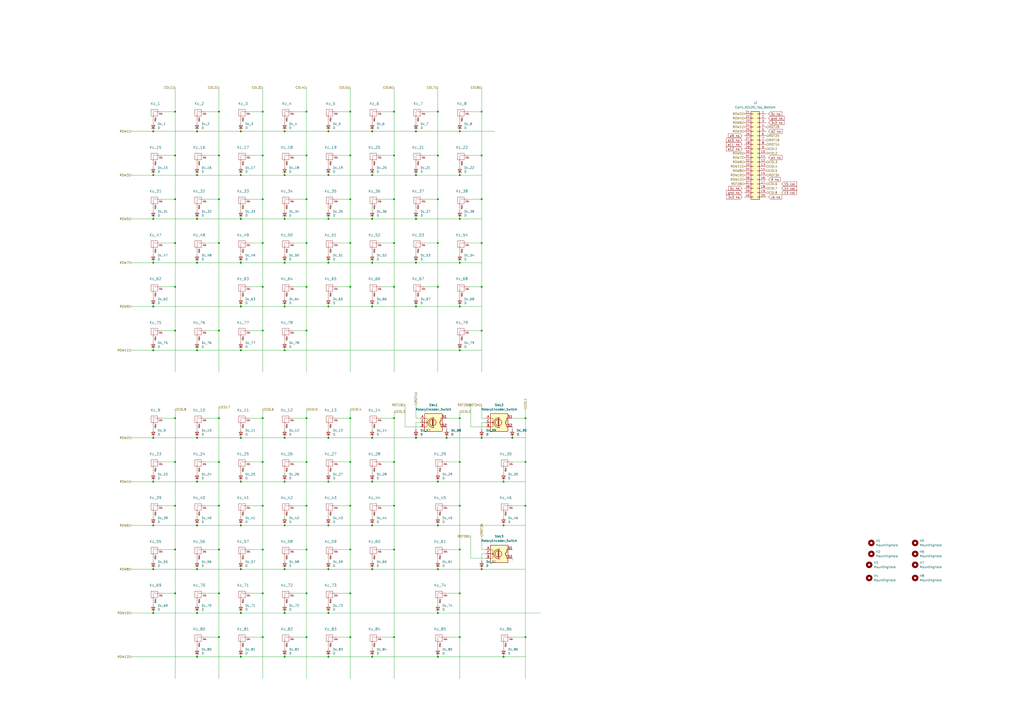
<source format=kicad_sch>
(kicad_sch (version 20231120) (generator "eeschema") (generator_version "8.0")
  (paper "A2")
  (junction (at 292.1 304.8))
  (junction (at 139.7 203.2))
  (junction (at 101.6 140.97))
  (junction (at 254 64.77))
  (junction (at 152.4 242.57))
  (junction (at 127 191.77))
  (junction (at 203.2 115.57))
  (junction (at 190.5 101.6))
  (junction (at 114.3 152.4))
  (junction (at 228.6 140.97))
  (junction (at 101.6 115.57))
  (junction (at 190.5 254))
  (junction (at 228.6 90.17))
  (junction (at 127 64.77))
  (junction (at 266.7 203.2))
  (junction (at 228.6 166.37))
  (junction (at 215.9 152.4))
  (junction (at 127 267.97))
  (junction (at 254 381))
  (junction (at 215.9 279.4))
  (junction (at 266.7 318.77))
  (junction (at 152.4 166.37))
  (junction (at 88.9 279.4))
  (junction (at 101.6 318.77))
  (junction (at 292.1 279.4))
  (junction (at 266.7 293.37))
  (junction (at 241.3 152.4))
  (junction (at 139.7 76.2))
  (junction (at 203.2 242.57))
  (junction (at 203.2 64.77))
  (junction (at 88.9 76.2))
  (junction (at 177.8 318.77))
  (junction (at 88.9 203.2))
  (junction (at 215.9 304.8))
  (junction (at 139.7 381))
  (junction (at 127 242.57))
  (junction (at 114.3 304.8))
  (junction (at 266.7 127))
  (junction (at 215.9 330.2))
  (junction (at 165.1 355.6))
  (junction (at 152.4 344.17))
  (junction (at 165.1 330.2))
  (junction (at 279.4 330.2))
  (junction (at 165.1 177.8))
  (junction (at 266.7 369.57))
  (junction (at 139.7 127))
  (junction (at 177.8 293.37))
  (junction (at 241.3 101.6))
  (junction (at 203.2 267.97))
  (junction (at 88.9 330.2))
  (junction (at 177.8 64.77))
  (junction (at 203.2 166.37))
  (junction (at 165.1 304.8))
  (junction (at 215.9 127))
  (junction (at 165.1 203.2))
  (junction (at 152.4 369.57))
  (junction (at 254 279.4))
  (junction (at 101.6 90.17))
  (junction (at 165.1 127))
  (junction (at 139.7 152.4))
  (junction (at 228.6 318.77))
  (junction (at 292.1 381))
  (junction (at 101.6 267.97))
  (junction (at 228.6 267.97))
  (junction (at 228.6 293.37))
  (junction (at 152.4 267.97))
  (junction (at 254 90.17))
  (junction (at 127 140.97))
  (junction (at 127 318.77))
  (junction (at 165.1 381))
  (junction (at 279.4 115.57))
  (junction (at 177.8 267.97))
  (junction (at 228.6 242.57))
  (junction (at 139.7 355.6))
  (junction (at 279.4 191.77))
  (junction (at 190.5 355.6))
  (junction (at 177.8 344.17))
  (junction (at 88.9 254))
  (junction (at 101.6 191.77))
  (junction (at 241.3 127))
  (junction (at 114.3 381))
  (junction (at 152.4 90.17))
  (junction (at 114.3 101.6))
  (junction (at 254 304.8))
  (junction (at 266.7 101.6))
  (junction (at 254 140.97))
  (junction (at 152.4 115.57))
  (junction (at 254 115.57))
  (junction (at 228.6 64.77))
  (junction (at 228.6 369.57))
  (junction (at 114.3 355.6))
  (junction (at 152.4 64.77))
  (junction (at 101.6 293.37))
  (junction (at 88.9 127))
  (junction (at 304.8 267.97))
  (junction (at 139.7 330.2))
  (junction (at 114.3 279.4))
  (junction (at 266.7 152.4))
  (junction (at 304.8 242.57))
  (junction (at 177.8 242.57))
  (junction (at 165.1 279.4))
  (junction (at 101.6 166.37))
  (junction (at 266.7 242.57))
  (junction (at 254 355.6))
  (junction (at 88.9 152.4))
  (junction (at 279.4 166.37))
  (junction (at 152.4 140.97))
  (junction (at 190.5 330.2))
  (junction (at 88.9 101.6))
  (junction (at 139.7 177.8))
  (junction (at 114.3 76.2))
  (junction (at 114.3 330.2))
  (junction (at 139.7 304.8))
  (junction (at 215.9 177.8))
  (junction (at 297.18 254))
  (junction (at 241.3 254))
  (junction (at 259.08 254))
  (junction (at 203.2 318.77))
  (junction (at 215.9 254))
  (junction (at 203.2 90.17))
  (junction (at 101.6 64.77))
  (junction (at 177.8 191.77))
  (junction (at 190.5 76.2))
  (junction (at 190.5 304.8))
  (junction (at 152.4 318.77))
  (junction (at 215.9 76.2))
  (junction (at 177.8 166.37))
  (junction (at 203.2 344.17))
  (junction (at 190.5 152.4))
  (junction (at 139.7 254))
  (junction (at 203.2 140.97))
  (junction (at 241.3 177.8))
  (junction (at 88.9 177.8))
  (junction (at 190.5 279.4))
  (junction (at 127 293.37))
  (junction (at 304.8 293.37))
  (junction (at 152.4 191.77))
  (junction (at 203.2 369.57))
  (junction (at 279.4 254))
  (junction (at 165.1 152.4))
  (junction (at 101.6 242.57))
  (junction (at 266.7 267.97))
  (junction (at 127 369.57))
  (junction (at 203.2 293.37))
  (junction (at 152.4 293.37))
  (junction (at 88.9 355.6))
  (junction (at 139.7 101.6))
  (junction (at 177.8 115.57))
  (junction (at 190.5 381))
  (junction (at 266.7 344.17))
  (junction (at 190.5 177.8))
  (junction (at 215.9 101.6))
  (junction (at 254 330.2))
  (junction (at 139.7 279.4))
  (junction (at 279.4 140.97))
  (junction (at 165.1 101.6))
  (junction (at 101.6 344.17))
  (junction (at 177.8 140.97))
  (junction (at 215.9 381))
  (junction (at 177.8 90.17))
  (junction (at 114.3 254))
  (junction (at 165.1 254))
  (junction (at 177.8 369.57))
  (junction (at 127 90.17))
  (junction (at 279.4 90.17))
  (junction (at 241.3 76.2))
  (junction (at 266.7 76.2))
  (junction (at 114.3 127))
  (junction (at 114.3 203.2))
  (junction (at 127 115.57))
  (junction (at 88.9 304.8))
  (junction (at 254 166.37))
  (junction (at 279.4 64.77))
  (junction (at 266.7 177.8))
  (junction (at 228.6 115.57))
  (junction (at 127 344.17))
  (junction (at 165.1 76.2))
  (junction (at 304.8 369.57))
  (junction (at 190.5 127))
  (wire (pts (xy 101.6 140.97) (xy 101.6 166.37)))
  (wire (pts (xy 190.5 279.4) (xy 215.9 279.4)))
  (wire (pts (xy 127 293.37) (xy 127 318.77)))
  (wire (pts (xy 76.2 203.2) (xy 88.9 203.2)))
  (wire (pts (xy 195.58 267.97) (xy 203.2 267.97)))
  (wire (pts (xy 88.9 355.6) (xy 114.3 355.6)))
  (wire (pts (xy 76.2 304.8) (xy 88.9 304.8)))
  (wire (pts (xy 114.3 95.25) (xy 114.3 96.52)))
  (wire (pts (xy 119.38 242.57) (xy 127 242.57)))
  (wire (pts (xy 273.05 234.95) (xy 273.05 247.65)))
  (wire (pts (xy 119.38 369.57) (xy 127 369.57)))
  (wire (pts (xy 101.6 318.77) (xy 101.6 344.17)))
  (wire (pts (xy 127 90.17) (xy 127 115.57)))
  (wire (pts (xy 292.1 279.4) (xy 304.8 279.4)))
  (wire (pts (xy 190.5 76.2) (xy 215.9 76.2)))
  (wire (pts (xy 195.58 318.77) (xy 203.2 318.77)))
  (wire (pts (xy 76.2 381) (xy 114.3 381)))
  (wire (pts (xy 152.4 64.77) (xy 152.4 90.17)))
  (wire (pts (xy 246.38 90.17) (xy 254 90.17)))
  (wire (pts (xy 114.3 76.2) (xy 139.7 76.2)))
  (wire (pts (xy 139.7 152.4) (xy 165.1 152.4)))
  (wire (pts (xy 170.18 191.77) (xy 177.8 191.77)))
  (wire (pts (xy 190.5 355.6) (xy 254 355.6)))
  (wire (pts (xy 93.98 191.77) (xy 101.6 191.77)))
  (wire (pts (xy 241.3 254) (xy 259.08 254)))
  (wire (pts (xy 215.9 279.4) (xy 254 279.4)))
  (wire (pts (xy 254 50.8) (xy 254 64.77)))
  (wire (pts (xy 297.18 267.97) (xy 304.8 267.97)))
  (wire (pts (xy 266.7 95.25) (xy 266.7 96.52)))
  (wire (pts (xy 246.38 140.97) (xy 254 140.97)))
  (wire (pts (xy 139.7 355.6) (xy 165.1 355.6)))
  (wire (pts (xy 254 273.05) (xy 254 274.32)))
  (wire (pts (xy 215.9 254) (xy 241.3 254)))
  (wire (pts (xy 93.98 115.57) (xy 101.6 115.57)))
  (wire (pts (xy 215.9 146.05) (xy 215.9 147.32)))
  (wire (pts (xy 215.9 69.85) (xy 215.9 71.12)))
  (wire (pts (xy 203.2 267.97) (xy 203.2 293.37)))
  (wire (pts (xy 139.7 254) (xy 165.1 254)))
  (wire (pts (xy 266.7 267.97) (xy 266.7 293.37)))
  (wire (pts (xy 304.8 242.57) (xy 304.8 267.97)))
  (wire (pts (xy 170.18 140.97) (xy 177.8 140.97)))
  (wire (pts (xy 279.4 64.77) (xy 279.4 90.17)))
  (wire (pts (xy 152.4 140.97) (xy 152.4 166.37)))
  (wire (pts (xy 144.78 369.57) (xy 152.4 369.57)))
  (wire (pts (xy 190.5 273.05) (xy 190.5 274.32)))
  (wire (pts (xy 165.1 120.65) (xy 165.1 121.92)))
  (wire (pts (xy 297.18 323.85) (xy 297.18 325.12)))
  (wire (pts (xy 220.98 242.57) (xy 228.6 242.57)))
  (wire (pts (xy 177.8 140.97) (xy 177.8 166.37)))
  (wire (pts (xy 93.98 140.97) (xy 101.6 140.97)))
  (wire (pts (xy 119.38 90.17) (xy 127 90.17)))
  (wire (pts (xy 203.2 140.97) (xy 203.2 166.37)))
  (wire (pts (xy 114.3 381) (xy 139.7 381)))
  (wire (pts (xy 292.1 381) (xy 304.8 381)))
  (wire (pts (xy 114.3 273.05) (xy 114.3 274.32)))
  (wire (pts (xy 88.9 330.2) (xy 114.3 330.2)))
  (wire (pts (xy 152.4 369.57) (xy 152.4 393.7)))
  (wire (pts (xy 279.4 321.31) (xy 281.94 321.31)))
  (wire (pts (xy 195.58 90.17) (xy 203.2 90.17)))
  (wire (pts (xy 170.18 293.37) (xy 177.8 293.37)))
  (wire (pts (xy 165.1 101.6) (xy 190.5 101.6)))
  (wire (pts (xy 139.7 69.85) (xy 139.7 71.12)))
  (wire (pts (xy 266.7 203.2) (xy 279.4 203.2)))
  (wire (pts (xy 304.8 369.57) (xy 304.8 393.7)))
  (wire (pts (xy 304.8 267.97) (xy 304.8 293.37)))
  (wire (pts (xy 190.5 95.25) (xy 190.5 96.52)))
  (wire (pts (xy 195.58 64.77) (xy 203.2 64.77)))
  (wire (pts (xy 88.9 298.45) (xy 88.9 299.72)))
  (wire (pts (xy 190.5 298.45) (xy 190.5 299.72)))
  (wire (pts (xy 88.9 95.25) (xy 88.9 96.52)))
  (wire (pts (xy 297.18 242.57) (xy 304.8 242.57)))
  (wire (pts (xy 292.1 374.65) (xy 292.1 375.92)))
  (wire (pts (xy 144.78 191.77) (xy 152.4 191.77)))
  (wire (pts (xy 215.9 298.45) (xy 215.9 299.72)))
  (wire (pts (xy 139.7 247.65) (xy 139.7 248.92)))
  (wire (pts (xy 266.7 76.2) (xy 287.02 76.2)))
  (wire (pts (xy 139.7 330.2) (xy 165.1 330.2)))
  (wire (pts (xy 266.7 238.76) (xy 266.7 242.57)))
  (wire (pts (xy 195.58 242.57) (xy 203.2 242.57)))
  (wire (pts (xy 228.6 293.37) (xy 228.6 318.77)))
  (wire (pts (xy 297.18 247.65) (xy 297.18 248.92)))
  (wire (pts (xy 177.8 344.17) (xy 177.8 369.57)))
  (wire (pts (xy 203.2 344.17) (xy 203.2 369.57)))
  (wire (pts (xy 241.3 101.6) (xy 266.7 101.6)))
  (wire (pts (xy 228.6 238.76) (xy 228.6 242.57)))
  (wire (pts (xy 88.9 323.85) (xy 88.9 325.12)))
  (wire (pts (xy 203.2 242.57) (xy 203.2 267.97)))
  (wire (pts (xy 127 318.77) (xy 127 344.17)))
  (wire (pts (xy 215.9 273.05) (xy 215.9 274.32)))
  (wire (pts (xy 220.98 115.57) (xy 228.6 115.57)))
  (wire (pts (xy 215.9 381) (xy 254 381)))
  (wire (pts (xy 215.9 101.6) (xy 241.3 101.6)))
  (wire (pts (xy 101.6 191.77) (xy 101.6 215.9)))
  (wire (pts (xy 127 115.57) (xy 127 140.97)))
  (wire (pts (xy 215.9 152.4) (xy 241.3 152.4)))
  (wire (pts (xy 114.3 152.4) (xy 139.7 152.4)))
  (wire (pts (xy 195.58 140.97) (xy 203.2 140.97)))
  (wire (pts (xy 165.1 196.85) (xy 165.1 198.12)))
  (wire (pts (xy 119.38 191.77) (xy 127 191.77)))
  (wire (pts (xy 271.78 64.77) (xy 279.4 64.77)))
  (wire (pts (xy 203.2 64.77) (xy 203.2 90.17)))
  (wire (pts (xy 259.08 247.65) (xy 259.08 248.92)))
  (wire (pts (xy 88.9 120.65) (xy 88.9 121.92)))
  (wire (pts (xy 152.4 242.57) (xy 152.4 267.97)))
  (wire (pts (xy 165.1 349.25) (xy 165.1 350.52)))
  (wire (pts (xy 195.58 344.17) (xy 203.2 344.17)))
  (wire (pts (xy 152.4 242.57) (xy 152.4 237.49)))
  (wire (pts (xy 93.98 267.97) (xy 101.6 267.97)))
  (wire (pts (xy 139.7 374.65) (xy 139.7 375.92)))
  (wire (pts (xy 195.58 369.57) (xy 203.2 369.57)))
  (wire (pts (xy 266.7 69.85) (xy 266.7 71.12)))
  (wire (pts (xy 190.5 381) (xy 215.9 381)))
  (wire (pts (xy 165.1 247.65) (xy 165.1 248.92)))
  (wire (pts (xy 152.4 115.57) (xy 152.4 140.97)))
  (wire (pts (xy 292.1 273.05) (xy 292.1 274.32)))
  (wire (pts (xy 292.1 304.8) (xy 304.8 304.8)))
  (wire (pts (xy 279.4 254) (xy 297.18 254)))
  (wire (pts (xy 93.98 64.77) (xy 101.6 64.77)))
  (wire (pts (xy 127 191.77) (xy 127 215.9)))
  (wire (pts (xy 88.9 254) (xy 114.3 254)))
  (wire (pts (xy 88.9 349.25) (xy 88.9 350.52)))
  (wire (pts (xy 152.4 293.37) (xy 152.4 318.77)))
  (wire (pts (xy 254 349.25) (xy 254 350.52)))
  (wire (pts (xy 228.6 115.57) (xy 228.6 140.97)))
  (wire (pts (xy 220.98 90.17) (xy 228.6 90.17)))
  (wire (pts (xy 127 369.57) (xy 127 393.7)))
  (wire (pts (xy 177.8 293.37) (xy 177.8 318.77)))
  (wire (pts (xy 152.4 90.17) (xy 152.4 115.57)))
  (wire (pts (xy 101.6 64.77) (xy 101.6 90.17)))
  (wire (pts (xy 76.2 101.6) (xy 88.9 101.6)))
  (wire (pts (xy 165.1 203.2) (xy 266.7 203.2)))
  (wire (pts (xy 114.3 196.85) (xy 114.3 198.12)))
  (wire (pts (xy 266.7 318.77) (xy 266.7 344.17)))
  (wire (pts (xy 292.1 298.45) (xy 292.1 299.72)))
  (wire (pts (xy 165.1 95.25) (xy 165.1 96.52)))
  (wire (pts (xy 88.9 279.4) (xy 114.3 279.4)))
  (wire (pts (xy 203.2 90.17) (xy 203.2 115.57)))
  (wire (pts (xy 88.9 196.85) (xy 88.9 198.12)))
  (wire (pts (xy 152.4 50.8) (xy 152.4 64.77)))
  (wire (pts (xy 165.1 381) (xy 190.5 381)))
  (wire (pts (xy 165.1 374.65) (xy 165.1 375.92)))
  (wire (pts (xy 170.18 344.17) (xy 177.8 344.17)))
  (wire (pts (xy 165.1 330.2) (xy 190.5 330.2)))
  (wire (pts (xy 177.8 318.77) (xy 177.8 344.17)))
  (wire (pts (xy 279.4 50.8) (xy 279.4 64.77)))
  (wire (pts (xy 190.5 171.45) (xy 190.5 172.72)))
  (wire (pts (xy 139.7 203.2) (xy 165.1 203.2)))
  (wire (pts (xy 220.98 64.77) (xy 228.6 64.77)))
  (wire (pts (xy 139.7 279.4) (xy 165.1 279.4)))
  (wire (pts (xy 114.3 374.65) (xy 114.3 375.92)))
  (wire (pts (xy 266.7 369.57) (xy 266.7 393.7)))
  (wire (pts (xy 215.9 127) (xy 241.3 127)))
  (wire (pts (xy 220.98 318.77) (xy 228.6 318.77)))
  (wire (pts (xy 241.3 127) (xy 266.7 127)))
  (wire (pts (xy 127 50.8) (xy 127 64.77)))
  (wire (pts (xy 165.1 273.05) (xy 165.1 274.32)))
  (wire (pts (xy 254 115.57) (xy 254 140.97)))
  (wire (pts (xy 139.7 177.8) (xy 165.1 177.8)))
  (wire (pts (xy 177.8 115.57) (xy 177.8 140.97)))
  (wire (pts (xy 215.9 171.45) (xy 215.9 172.72)))
  (wire (pts (xy 114.3 298.45) (xy 114.3 299.72)))
  (wire (pts (xy 228.6 90.17) (xy 228.6 115.57)))
  (wire (pts (xy 279.4 245.11) (xy 279.4 248.92)))
  (wire (pts (xy 101.6 237.49) (xy 101.6 242.57)))
  (wire (pts (xy 144.78 90.17) (xy 152.4 90.17)))
  (wire (pts (xy 246.38 166.37) (xy 254 166.37)))
  (wire (pts (xy 190.5 304.8) (xy 215.9 304.8)))
  (wire (pts (xy 101.6 115.57) (xy 101.6 140.97)))
  (wire (pts (xy 254 381) (xy 292.1 381)))
  (wire (pts (xy 165.1 279.4) (xy 190.5 279.4)))
  (wire (pts (xy 254 355.6) (xy 313.69 355.6)))
  (wire (pts (xy 220.98 166.37) (xy 228.6 166.37)))
  (wire (pts (xy 220.98 369.57) (xy 228.6 369.57)))
  (wire (pts (xy 139.7 101.6) (xy 165.1 101.6)))
  (wire (pts (xy 76.2 330.2) (xy 88.9 330.2)))
  (wire (pts (xy 170.18 64.77) (xy 177.8 64.77)))
  (wire (pts (xy 165.1 171.45) (xy 165.1 172.72)))
  (wire (pts (xy 139.7 349.25) (xy 139.7 350.52)))
  (wire (pts (xy 271.78 115.57) (xy 279.4 115.57)))
  (wire (pts (xy 88.9 101.6) (xy 114.3 101.6)))
  (wire (pts (xy 144.78 267.97) (xy 152.4 267.97)))
  (wire (pts (xy 241.3 120.65) (xy 241.3 121.92)))
  (wire (pts (xy 139.7 171.45) (xy 139.7 172.72)))
  (wire (pts (xy 279.4 330.2) (xy 304.8 330.2)))
  (wire (pts (xy 281.94 242.57) (xy 279.4 242.57)))
  (wire (pts (xy 279.4 166.37) (xy 279.4 191.77)))
  (wire (pts (xy 190.5 69.85) (xy 190.5 71.12)))
  (wire (pts (xy 190.5 349.25) (xy 190.5 350.52)))
  (wire (pts (xy 266.7 196.85) (xy 266.7 198.12)))
  (wire (pts (xy 279.4 321.31) (xy 279.4 325.12)))
  (wire (pts (xy 203.2 166.37) (xy 203.2 215.9)))
  (wire (pts (xy 88.9 171.45) (xy 88.9 172.72)))
  (wire (pts (xy 88.9 152.4) (xy 114.3 152.4)))
  (wire (pts (xy 170.18 166.37) (xy 177.8 166.37)))
  (wire (pts (xy 165.1 355.6) (xy 190.5 355.6)))
  (wire (pts (xy 101.6 50.8) (xy 101.6 64.77)))
  (wire (pts (xy 203.2 318.77) (xy 203.2 344.17)))
  (wire (pts (xy 114.3 203.2) (xy 139.7 203.2)))
  (wire (pts (xy 93.98 318.77) (xy 101.6 318.77)))
  (wire (pts (xy 119.38 344.17) (xy 127 344.17)))
  (wire (pts (xy 190.5 120.65) (xy 190.5 121.92)))
  (wire (pts (xy 273.05 311.15) (xy 273.05 323.85)))
  (wire (pts (xy 279.4 311.15) (xy 279.4 318.77)))
  (wire (pts (xy 215.9 330.2) (xy 254 330.2)))
  (wire (pts (xy 165.1 76.2) (xy 190.5 76.2)))
  (wire (pts (xy 254 279.4) (xy 292.1 279.4)))
  (wire (pts (xy 139.7 381) (xy 165.1 381)))
  (wire (pts (xy 114.3 355.6) (xy 139.7 355.6)))
  (wire (pts (xy 88.9 127) (xy 114.3 127)))
  (wire (pts (xy 297.18 369.57) (xy 304.8 369.57)))
  (wire (pts (xy 88.9 69.85) (xy 88.9 71.12)))
  (wire (pts (xy 228.6 166.37) (xy 228.6 215.9)))
  (wire (pts (xy 279.4 191.77) (xy 279.4 215.9)))
  (wire (pts (xy 139.7 76.2) (xy 165.1 76.2)))
  (wire (pts (xy 165.1 254) (xy 190.5 254)))
  (wire (pts (xy 114.3 323.85) (xy 114.3 325.12)))
  (wire (pts (xy 127 242.57) (xy 127 267.97)))
  (wire (pts (xy 297.18 293.37) (xy 304.8 293.37)))
  (wire (pts (xy 259.08 318.77) (xy 266.7 318.77)))
  (wire (pts (xy 203.2 293.37) (xy 203.2 318.77)))
  (wire (pts (xy 152.4 191.77) (xy 152.4 215.9)))
  (wire (pts (xy 190.5 177.8) (xy 215.9 177.8)))
  (wire (pts (xy 170.18 318.77) (xy 177.8 318.77)))
  (wire (pts (xy 190.5 374.65) (xy 190.5 375.92)))
  (wire (pts (xy 304.8 293.37) (xy 304.8 369.57)))
  (wire (pts (xy 228.6 50.8) (xy 228.6 64.77)))
  (wire (pts (xy 203.2 50.8) (xy 203.2 64.77)))
  (wire (pts (xy 241.3 245.11) (xy 243.84 245.11)))
  (wire (pts (xy 246.38 115.57) (xy 254 115.57)))
  (wire (pts (xy 228.6 318.77) (xy 228.6 369.57)))
  (wire (pts (xy 243.84 242.57) (xy 241.3 242.57)))
  (wire (pts (xy 259.08 344.17) (xy 266.7 344.17)))
  (wire (pts (xy 254 374.65) (xy 254 375.92)))
  (wire (pts (xy 114.3 101.6) (xy 139.7 101.6)))
  (wire (pts (xy 241.3 76.2) (xy 266.7 76.2)))
  (wire (pts (xy 266.7 127) (xy 279.4 127)))
  (wire (pts (xy 144.78 344.17) (xy 152.4 344.17)))
  (wire (pts (xy 144.78 166.37) (xy 152.4 166.37)))
  (wire (pts (xy 93.98 90.17) (xy 101.6 90.17)))
  (wire (pts (xy 88.9 146.05) (xy 88.9 147.32)))
  (wire (pts (xy 114.3 127) (xy 139.7 127)))
  (wire (pts (xy 177.8 191.77) (xy 177.8 215.9)))
  (wire (pts (xy 152.4 344.17) (xy 152.4 369.57)))
  (wire (pts (xy 241.3 245.11) (xy 241.3 248.92)))
  (wire (pts (xy 139.7 127) (xy 165.1 127)))
  (wire (pts (xy 119.38 64.77) (xy 127 64.77)))
  (wire (pts (xy 88.9 177.8) (xy 139.7 177.8)))
  (wire (pts (xy 88.9 76.2) (xy 114.3 76.2)))
  (wire (pts (xy 254 140.97) (xy 254 166.37)))
  (wire (pts (xy 266.7 101.6) (xy 279.4 101.6)))
  (wire (pts (xy 144.78 293.37) (xy 152.4 293.37)))
  (wire (pts (xy 139.7 298.45) (xy 139.7 299.72)))
  (wire (pts (xy 119.38 140.97) (xy 127 140.97)))
  (wire (pts (xy 215.9 374.65) (xy 215.9 375.92)))
  (wire (pts (xy 279.4 115.57) (xy 279.4 140.97)))
  (wire (pts (xy 228.6 140.97) (xy 228.6 166.37)))
  (wire (pts (xy 281.94 323.85) (xy 273.05 323.85)))
  (wire (pts (xy 88.9 247.65) (xy 88.9 248.92)))
  (wire (pts (xy 228.6 369.57) (xy 228.6 393.7)))
  (wire (pts (xy 254 166.37) (xy 254 215.9)))
  (wire (pts (xy 165.1 304.8) (xy 190.5 304.8)))
  (wire (pts (xy 254 298.45) (xy 254 299.72)))
  (wire (pts (xy 220.98 293.37) (xy 228.6 293.37)))
  (wire (pts (xy 114.3 304.8) (xy 139.7 304.8)))
  (wire (pts (xy 266.7 152.4) (xy 279.4 152.4)))
  (wire (pts (xy 170.18 242.57) (xy 177.8 242.57)))
  (wire (pts (xy 177.8 90.17) (xy 177.8 115.57)))
  (wire (pts (xy 101.6 90.17) (xy 101.6 115.57)))
  (wire (pts (xy 241.3 146.05) (xy 241.3 147.32)))
  (wire (pts (xy 281.94 318.77) (xy 279.4 318.77)))
  (wire (pts (xy 76.2 355.6) (xy 88.9 355.6)))
  (wire (pts (xy 76.2 152.4) (xy 88.9 152.4)))
  (wire (pts (xy 190.5 146.05) (xy 190.5 147.32)))
  (wire (pts (xy 266.7 146.05) (xy 266.7 147.32)))
  (wire (pts (xy 195.58 293.37) (xy 203.2 293.37)))
  (wire (pts (xy 114.3 120.65) (xy 114.3 121.92)))
  (wire (pts (xy 220.98 267.97) (xy 228.6 267.97)))
  (wire (pts (xy 259.08 293.37) (xy 266.7 293.37)))
  (wire (pts (xy 195.58 115.57) (xy 203.2 115.57)))
  (wire (pts (xy 114.3 146.05) (xy 114.3 147.32)))
  (wire (pts (xy 254 330.2) (xy 279.4 330.2)))
  (wire (pts (xy 165.1 298.45) (xy 165.1 299.72)))
  (wire (pts (xy 259.08 254) (xy 279.4 254)))
  (wire (pts (xy 170.18 267.97) (xy 177.8 267.97)))
  (wire (pts (xy 215.9 177.8) (xy 241.3 177.8)))
  (wire (pts (xy 243.84 247.65) (xy 234.95 247.65)))
  (wire (pts (xy 139.7 120.65) (xy 139.7 121.92)))
  (wire (pts (xy 241.3 171.45) (xy 241.3 172.72)))
  (wire (pts (xy 139.7 304.8) (xy 165.1 304.8)))
  (wire (pts (xy 119.38 318.77) (xy 127 318.77)))
  (wire (pts (xy 215.9 120.65) (xy 215.9 121.92)))
  (wire (pts (xy 203.2 369.57) (xy 203.2 393.7)))
  (wire (pts (xy 215.9 95.25) (xy 215.9 96.52)))
  (wire (pts (xy 152.4 318.77) (xy 152.4 344.17)))
  (wire (pts (xy 234.95 234.95) (xy 234.95 247.65)))
  (wire (pts (xy 241.3 234.95) (xy 241.3 242.57)))
  (wire (pts (xy 76.2 279.4) (xy 88.9 279.4)))
  (wire (pts (xy 76.2 76.2) (xy 88.9 76.2)))
  (wire (pts (xy 76.2 254) (xy 88.9 254)))
  (wire (pts (xy 152.4 267.97) (xy 152.4 293.37)))
  (wire (pts (xy 271.78 166.37) (xy 279.4 166.37)))
  (wire (pts (xy 127 236.22) (xy 127 242.57)))
  (wire (pts (xy 190.5 323.85) (xy 190.5 325.12)))
  (wire (pts (xy 279.4 90.17) (xy 279.4 115.57)))
  (wire (pts (xy 266.7 344.17) (xy 266.7 369.57)))
  (wire (pts (xy 101.6 267.97) (xy 101.6 293.37)))
  (wire (pts (xy 114.3 254) (xy 139.7 254)))
  (wire (pts (xy 246.38 64.77) (xy 254 64.77)))
  (wire (pts (xy 266.7 171.45) (xy 266.7 172.72)))
  (wire (pts (xy 254 90.17) (xy 254 115.57)))
  (wire (pts (xy 177.8 237.49) (xy 177.8 242.57)))
  (wire (pts (xy 144.78 140.97) (xy 152.4 140.97)))
  (wire (pts (xy 203.2 237.49) (xy 203.2 242.57)))
  (wire (pts (xy 165.1 127) (xy 190.5 127)))
  (wire (pts (xy 271.78 140.97) (xy 279.4 140.97)))
  (wire (pts (xy 177.8 50.8) (xy 177.8 64.77)))
  (wire (pts (xy 119.38 267.97) (xy 127 267.97)))
  (wire (pts (xy 93.98 166.37) (xy 101.6 166.37)))
  (wire (pts (xy 139.7 95.25) (xy 139.7 96.52)))
  (wire (pts (xy 195.58 166.37) (xy 203.2 166.37)))
  (wire (pts (xy 144.78 318.77) (xy 152.4 318.77)))
  (wire (pts (xy 177.8 242.57) (xy 177.8 267.97)))
  (wire (pts (xy 177.8 64.77) (xy 177.8 90.17)))
  (wire (pts (xy 228.6 267.97) (xy 228.6 293.37)))
  (wire (pts (xy 190.5 101.6) (xy 215.9 101.6)))
  (wire (pts (xy 266.7 177.8) (xy 279.4 177.8)))
  (wire (pts (xy 279.4 245.11) (xy 281.94 245.11)))
  (wire (pts (xy 228.6 64.77) (xy 228.6 90.17)))
  (wire (pts (xy 241.3 69.85) (xy 241.3 71.12)))
  (wire (pts (xy 119.38 293.37) (xy 127 293.37)))
  (wire (pts (xy 259.08 242.57) (xy 266.7 242.57)))
  (wire (pts (xy 101.6 242.57) (xy 101.6 267.97)))
  (wire (pts (xy 114.3 247.65) (xy 114.3 248.92)))
  (wire (pts (xy 144.78 64.77) (xy 152.4 64.77)))
  (wire (pts (xy 297.18 254) (xy 304.8 254)))
  (wire (pts (xy 220.98 140.97) (xy 228.6 140.97)))
  (wire (pts (xy 88.9 273.05) (xy 88.9 274.32)))
  (wire (pts (xy 165.1 146.05) (xy 165.1 147.32)))
  (wire (pts (xy 203.2 115.57) (xy 203.2 140.97)))
  (wire (pts (xy 114.3 279.4) (xy 139.7 279.4)))
  (wire (pts (xy 215.9 323.85) (xy 215.9 325.12)))
  (wire (pts (xy 279.4 140.97) (xy 279.4 166.37)))
  (wire (pts (xy 254 304.8) (xy 292.1 304.8)))
  (wire (pts (xy 281.94 247.65) (xy 273.05 247.65)))
  (wire (pts (xy 266.7 293.37) (xy 266.7 318.77)))
  (wire (pts (xy 127 267.97) (xy 127 293.37)))
  (wire (pts (xy 101.6 344.17) (xy 101.6 393.7)))
  (wire (pts (xy 279.4 234.95) (xy 279.4 242.57)))
  (wire (pts (xy 165.1 177.8) (xy 190.5 177.8)))
  (wire (pts (xy 76.2 127) (xy 88.9 127)))
  (wire (pts (xy 165.1 323.85) (xy 165.1 325.12)))
  (wire (pts (xy 114.3 330.2) (xy 139.7 330.2)))
  (wire (pts (xy 254 323.85) (xy 254 325.12)))
  (wire (pts (xy 170.18 115.57) (xy 177.8 115.57)))
  (wire (pts (xy 165.1 152.4) (xy 190.5 152.4)))
  (wire (pts (xy 127 64.77) (xy 127 90.17)))
  (wire (pts (xy 266.7 120.65) (xy 266.7 121.92)))
  (wire (pts (xy 190.5 330.2) (xy 215.9 330.2)))
  (wire (pts (xy 259.08 267.97) (xy 266.7 267.97)))
  (wire (pts (xy 271.78 191.77) (xy 279.4 191.77)))
  (wire (pts (xy 144.78 115.57) (xy 152.4 115.57)))
  (wire (pts (xy 152.4 166.37) (xy 152.4 191.77)))
  (wire (pts (xy 271.78 90.17) (xy 279.4 90.17)))
  (wire (pts (xy 119.38 115.57) (xy 127 115.57)))
  (wire (pts (xy 114.3 349.25) (xy 114.3 350.52)))
  (wire (pts (xy 241.3 177.8) (xy 266.7 177.8)))
  (wire (pts (xy 177.8 166.37) (xy 177.8 191.77)))
  (wire (pts (xy 101.6 293.37) (xy 101.6 318.77)))
  (wire (pts (xy 139.7 323.85) (xy 139.7 325.12)))
  (wire (pts (xy 127 344.17) (xy 127 369.57)))
  (wire (pts (xy 304.8 237.49) (xy 304.8 242.57)))
  (wire (pts (xy 215.9 76.2) (xy 241.3 76.2)))
  (wire (pts (xy 88.9 304.8) (xy 114.3 304.8)))
  (wire (pts (xy 139.7 196.85) (xy 139.7 198.12)))
  (wire (pts (xy 139.7 146.05) (xy 139.7 147.32)))
  (wire (pts (xy 127 140.97) (xy 127 191.77)))
  (wire (pts (xy 215.9 247.65) (xy 215.9 248.92)))
  (wire (pts (xy 101.6 166.37) (xy 101.6 191.77)))
  (wire (pts (xy 259.08 369.57) (xy 266.7 369.57)))
  (wire (pts (xy 254 64.77) (xy 254 90.17)))
  (wire (pts (xy 190.5 254) (xy 215.9 254)))
  (wire (pts (xy 93.98 293.37) (xy 101.6 293.37)))
  (wire (pts (xy 190.5 127) (xy 215.9 127)))
  (wire (pts (xy 139.7 273.05) (xy 139.7 274.32)))
  (wire (pts (xy 93.98 242.57) (xy 101.6 242.57)))
  (wire (pts (xy 88.9 203.2) (xy 114.3 203.2)))
  (wire (pts (xy 266.7 242.57) (xy 266.7 267.97)))
  (wire (pts (xy 228.6 242.57) (xy 228.6 267.97)))
  (wire (pts (xy 170.18 90.17) (xy 177.8 90.17)))
  (wire (pts (xy 165.1 69.85) (xy 165.1 71.12)))
  (wire (pts (xy 190.5 247.65) (xy 190.5 248.92)))
  (wire (pts (xy 190.5 152.4) (xy 215.9 152.4)))
  (wire (pts (xy 93.98 344.17) (xy 101.6 344.17)))
  (wire (pts (xy 241.3 95.25) (xy 241.3 96.52)))
  (wire (pts (xy 177.8 267.97) (xy 177.8 293.37)))
  (wire (pts (xy 170.18 369.57) (xy 177.8 369.57)))
  (wire (pts (xy 241.3 152.4) (xy 266.7 152.4)))
  (wire (pts (xy 144.78 242.57) (xy 152.4 242.57)))
  (wire (pts (xy 177.8 369.57) (xy 177.8 393.7)))
  (wire (pts (xy 76.2 177.8) (xy 88.9 177.8)))
  (wire (pts (xy 215.9 304.8) (xy 254 304.8)))
  (wire (pts (xy 114.3 69.85) (xy 114.3 71.12)))
  (global_label "vb no" (shape input) (at 445.77 114.3 0) (property "Intersheetrefs" "${INTERSHEET_REFS}" (effects (hide yes))))
  (global_label "R no" (shape input) (at 445.77 104.14 0) (property "Intersheetrefs" "${INTERSHEET_REFS}" (effects (hide yes))))
  (global_label "3v3 no" (shape input) (at 430.53 114.3 180) (property "Intersheetrefs" "${INTERSHEET_REFS}" (effects (hide yes))))
  (global_label "b2 no" (shape input) (at 445.77 76.2 0) (property "Intersheetrefs" "${INTERSHEET_REFS}" (effects (hide yes))))
  (global_label "gnd no" (shape input) (at 445.77 68.58 0) (property "Intersheetrefs" "${INTERSHEET_REFS}" (effects (hide yes))))
  (global_label "gnd no" (shape input) (at 430.53 111.76 180) (property "Intersheetrefs" "${INTERSHEET_REFS}" (effects (hide yes))))
  (global_label "5v no" (shape input) (at 445.77 66.04 0) (property "Intersheetrefs" "${INTERSHEET_REFS}" (effects (hide yes))))
  (global_label "a9 no" (shape input) (at 430.53 78.74 180) (property "Intersheetrefs" "${INTERSHEET_REFS}" (effects (hide yes))))
  (global_label "a4 no" (shape input) (at 445.77 91.44 0) (property "Intersheetrefs" "${INTERSHEET_REFS}" (effects (hide yes))))
  (global_label "15 col" (shape input) (at 453.39 106.68 0) (property "Intersheetrefs" "${INTERSHEET_REFS}" (effects (hide yes))))
  (global_label "5v no" (shape input) (at 430.53 109.22 180) (property "Intersheetrefs" "${INTERSHEET_REFS}" (effects (hide yes))))
  (global_label "a12 no" (shape input) (at 430.53 86.36 180) (property "Intersheetrefs" "${INTERSHEET_REFS}" (effects (hide yes))))
  (global_label "13 col" (shape input) (at 453.39 111.76 0) (property "Intersheetrefs" "${INTERSHEET_REFS}" (effects (hide yes))))
  (global_label "3v3 no" (shape input) (at 445.77 71.12 0) (property "Intersheetrefs" "${INTERSHEET_REFS}" (effects (hide yes))))
  (global_label "a11 no" (shape input) (at 430.53 83.82 180) (property "Intersheetrefs" "${INTERSHEET_REFS}" (effects (hide yes))))
  (global_label "14 col" (shape input) (at 453.39 109.22 0) (property "Intersheetrefs" "${INTERSHEET_REFS}" (effects (hide yes))))
  (global_label "a10 no" (shape input) (at 430.53 81.28 180) (property "Intersheetrefs" "${INTERSHEET_REFS}" (effects (hide yes))))
  (hierarchical_label "ROW4" (shape input) (at 76.2 279.4 180))
  (hierarchical_label "ROW9" (shape input) (at 431.8 93.98 180))
  (hierarchical_label "COL4" (shape input) (at 444.5 96.52 0))
  (hierarchical_label "ROT3A" (shape input) (at 279.4 311.15 90))
  (hierarchical_label "ROT1B" (shape input) (at 234.95 234.95 180))
  (hierarchical_label "ROT3B" (shape input) (at 273.05 311.15 180))
  (hierarchical_label "COL7" (shape input) (at 127 236.22 0))
  (hierarchical_label "ROT1A" (shape input) (at 241.3 234.95 90))
  (hierarchical_label "ROW6" (shape input) (at 76.2 304.8 180))
  (hierarchical_label "COL3" (shape input) (at 444.5 93.98 0))
  (hierarchical_label "ROW5" (shape input) (at 431.8 88.9 180))
  (hierarchical_label "COL6" (shape input) (at 444.5 106.68 0))
  (hierarchical_label "ROW12" (shape input) (at 431.8 104.14 180))
  (hierarchical_label "ROT2B" (shape input) (at 273.05 234.95 180))
  (hierarchical_label "COL7" (shape input) (at 444.5 109.22 0))
  (hierarchical_label "ROW1" (shape input) (at 431.8 73.66 180))
  (hierarchical_label "COL8" (shape input) (at 101.6 237.49 0))
  (hierarchical_label "COL2" (shape input) (at 127 50.8 180))
  (hierarchical_label "COL1" (shape input) (at 101.6 50.8 180))
  (hierarchical_label "COL2" (shape input) (at 444.5 88.9 0))
  (hierarchical_label "COL4" (shape input) (at 203.2 237.49 0))
  (hierarchical_label "ROT3B" (shape input) (at 431.8 106.68 180))
  (hierarchical_label "COL5" (shape input) (at 203.2 50.8 180))
  (hierarchical_label "COL8" (shape input) (at 279.4 50.8 180))
  (hierarchical_label "ROW2" (shape input) (at 76.2 254 180))
  (hierarchical_label "COL2" (shape input) (at 266.7 238.76 0))
  (hierarchical_label "COL1" (shape input) (at 304.8 237.49 90))
  (hierarchical_label "COL5" (shape input) (at 444.5 99.06 0))
  (hierarchical_label "ROW11" (shape input) (at 431.8 96.52 180))
  (hierarchical_label "COL4" (shape input) (at 177.8 50.8 180))
  (hierarchical_label "ROT2A" (shape input) (at 444.5 78.74 0))
  (hierarchical_label "COL3" (shape input) (at 152.4 50.8 180))
  (hierarchical_label "ROW3" (shape input) (at 431.8 76.2 180))
  (hierarchical_label "ROT3A" (shape input) (at 444.5 101.6 0))
  (hierarchical_label "ROT1A" (shape input) (at 444.5 83.82 0))
  (hierarchical_label "ROW7" (shape input) (at 76.2 152.4 180))
  (hierarchical_label "ROW1" (shape input) (at 76.2 76.2 180))
  (hierarchical_label "ROW10" (shape input) (at 76.2 355.6 180))
  (hierarchical_label "ROT1B" (shape input) (at 444.5 81.28 0))
  (hierarchical_label "COL7" (shape input) (at 254 50.8 180))
  (hierarchical_label "COL1" (shape input) (at 444.5 86.36 0))
  (hierarchical_label "ROW8" (shape input) (at 431.8 99.06 180))
  (hierarchical_label "ROT2A" (shape input) (at 279.4 234.95 180))
  (hierarchical_label "ROW3" (shape input) (at 76.2 101.6 180))
  (hierarchical_label "ROW5" (shape input) (at 76.2 127 180))
  (hierarchical_label "COL6" (shape input) (at 152.4 237.49 0))
  (hierarchical_label "ROW2" (shape input) (at 431.8 66.04 180))
  (hierarchical_label "ROW7" (shape input) (at 431.8 91.44 180))
  (hierarchical_label "COL3" (shape input) (at 228.6 238.76 0))
  (hierarchical_label "ROT2B" (shape input) (at 444.5 73.66 0))
  (hierarchical_label "COL5" (shape input) (at 177.8 237.49 0))
  (hierarchical_label "ROW8" (shape input) (at 76.2 330.2 180))
  (hierarchical_label "ROW11" (shape input) (at 76.2 203.2 180))
  (hierarchical_label "ROW6" (shape input) (at 431.8 71.12 180))
  (hierarchical_label "COL8" (shape input) (at 444.5 111.76 0))
  (hierarchical_label "ROW10" (shape input) (at 431.8 101.6 180))
  (hierarchical_label "ROW4" (shape input) (at 431.8 68.58 180))
  (hierarchical_label "COL6" (shape input) (at 228.6 50.8 180))
  (hierarchical_label "ROW12" (shape input) (at 76.2 381 180))
  (hierarchical_label "ROW9" (shape input) (at 76.2 177.8 180))
  (symbol (lib_id "MX_Alps_Hybrid:MX-NoLED") (at 255.27 294.64 0) (unit 1)
    (property "Reference" "Kc_45" (at 255.27 288.7218 0) (effects (font (size 1.524 1.524))))
    (property "Value" "KEYSW" (effects (hide yes)))
    (property "Footprint" "MX_Only:MXOnly-1U-Hotswap" (effects (hide yes)))
  )
  (symbol (lib_id "MX_Alps_Hybrid:MX-NoLED") (at 140.97 91.44 0) (unit 1)
    (property "Reference" "Kc_17" (at 140.97 85.5218 0) (effects (font (size 1.524 1.524))))
    (property "Value" "KEYSW" (effects (hide yes)))
    (property "Footprint" "MX_Only:MXOnly-1U-Hotswap" (effects (hide yes)))
  )
  (symbol (lib_id "Device:D_Small") (at 254 276.86 90) (unit 1)
    (property "Reference" "Dc_29" (at 256.54 275.082 90) (effects (justify right)))
    (property "Value" "D" (at 256.54 277.368 90) (effects (justify right)))
    (property "Footprint" "Diode_SMD:D_SOD-123" (effects (hide yes)))
    (property "Description" "Diode, small symbol" (effects (hide yes)))
    (property "Sim.Device" "D" (effects (hide yes)))
    (property "Sim.Pins" "1=K 2=A" (effects (hide yes)))
  )
  (symbol (lib_id "Device:D_Small") (at 190.5 175.26 90) (unit 1)
    (property "Reference" "Dc_65" (at 193.04 173.482 90) (effects (justify right)))
    (property "Value" "D" (at 193.04 175.768 90) (effects (justify right)))
    (property "Footprint" "Diode_SMD:D_SOD-123" (effects (hide yes)))
    (property "Description" "Diode, small symbol" (effects (hide yes)))
    (property "Sim.Device" "D" (effects (hide yes)))
    (property "Sim.Pins" "1=K 2=A" (effects (hide yes)))
  )
  (symbol (lib_id "MX_Alps_Hybrid:MX-NoLED") (at 217.17 269.24 0) (unit 1)
    (property "Reference" "Kc_28" (at 217.17 263.3218 0) (effects (font (size 1.524 1.524))))
    (property "Value" "KEYSW" (effects (hide yes)))
    (property "Footprint" "MX_Only:MXOnly-2U-Hotswap" (effects (hide yes)))
  )
  (symbol (lib_id "MX_Alps_Hybrid:MX-NoLED") (at 217.17 142.24 0) (unit 1)
    (property "Reference" "Kc_52" (at 217.17 136.3218 0) (effects (font (size 1.524 1.524))))
    (property "Value" "KEYSW" (effects (hide yes)))
    (property "Footprint" "MX_Only:MXOnly-1U-Hotswap" (effects (hide yes)))
  )
  (symbol (lib_id "MX_Alps_Hybrid:MX-NoLED") (at 217.17 116.84 0) (unit 1)
    (property "Reference" "Kc_36" (at 217.17 110.9218 0) (effects (font (size 1.524 1.524))))
    (property "Value" "KEYSW" (effects (hide yes)))
    (property "Footprint" "MX_Only:MXOnly-1U-Hotswap" (effects (hide yes)))
  )
  (symbol (lib_id "MX_Alps_Hybrid:MX-NoLED") (at 217.17 370.84 0) (unit 1)
    (property "Reference" "Kc_84" (at 217.17 364.9218 0) (effects (font (size 1.524 1.524))))
    (property "Value" "KEYSW" (effects (hide yes)))
    (property "Footprint" "MX_Only:MXOnly-1U-Hotswap" (effects (hide yes)))
  )
  (symbol (lib_id "Device:D_Small") (at 114.3 378.46 90) (unit 1)
    (property "Reference" "Dc_80" (at 116.84 376.682 90) (effects (justify right)))
    (property "Value" "D" (at 116.84 378.968 90) (effects (justify right)))
    (property "Footprint" "Diode_SMD:D_SOD-123" (effects (hide yes)))
    (property "Description" "Diode, small symbol" (effects (hide yes)))
    (property "Sim.Device" "D" (effects (hide yes)))
    (property "Sim.Pins" "1=K 2=A" (effects (hide yes)))
  )
  (symbol (lib_id "Device:D_Small") (at 114.3 327.66 90) (unit 1)
    (property "Reference" "Dc_56" (at 116.84 325.882 90) (effects (justify right)))
    (property "Value" "D" (at 116.84 328.168 90) (effects (justify right)))
    (property "Footprint" "Diode_SMD:D_SOD-123" (effects (hide yes)))
    (property "Description" "Diode, small symbol" (effects (hide yes)))
    (property "Sim.Device" "D" (effects (hide yes)))
    (property "Sim.Pins" "1=K 2=A" (effects (hide yes)))
  )
  (symbol (lib_id "Device:D_Small") (at 165.1 327.66 90) (unit 1)
    (property "Reference" "Dc_58" (at 167.64 325.882 90) (effects (justify right)))
    (property "Value" "D" (at 167.64 328.168 90) (effects (justify right)))
    (property "Footprint" "Diode_SMD:D_SOD-123" (effects (hide yes)))
    (property "Description" "Diode, small symbol" (effects (hide yes)))
    (property "Sim.Device" "D" (effects (hide yes)))
    (property "Sim.Pins" "1=K 2=A" (effects (hide yes)))
  )
  (symbol (lib_id "MX_Alps_Hybrid:MX-NoLED") (at 166.37 345.44 0) (unit 1)
    (property "Reference" "Kc_72" (at 166.37 339.5218 0) (effects (font (size 1.524 1.524))))
    (property "Value" "KEYSW" (effects (hide yes)))
    (property "Footprint" "MX_Only:MXOnly-1U-Hotswap" (effects (hide yes)))
  )
  (symbol (lib_id "Device:D_Small") (at 266.7 99.06 90) (unit 1)
    (property "Reference" "Dc_22" (at 269.24 97.282 90) (effects (justify right)))
    (property "Value" "D" (at 269.24 99.568 90) (effects (justify right)))
    (property "Footprint" "Diode_SMD:D_SOD-123" (effects (hide yes)))
    (property "Description" "Diode, small symbol" (effects (hide yes)))
    (property "Sim.Device" "D" (effects (hide yes)))
    (property "Sim.Pins" "1=K 2=A" (effects (hide yes)))
  )
  (symbol (lib_id "Mechanical:MountingHole") (at 505.46 321.31 0) (unit 1) (exclude_from_sim yes) (in_bom no)
    (property "Reference" "H2" (at 508 320.0399 0) (effects (justify left)))
    (property "Value" "MountingHole" (at 508 322.5799 0) (effects (justify left)))
    (property "Footprint" "MountingHole:MountingHole_4.3mm_M4" (effects (hide yes)))
    (property "Description" "Mounting Hole without connection" (effects (hide yes)))
  )
  (symbol (lib_id "Device:D_Small") (at 114.3 302.26 90) (unit 1)
    (property "Reference" "Dc_40" (at 116.84 300.482 90) (effects (justify right)))
    (property "Value" "D" (at 116.84 302.768 90) (effects (justify right)))
    (property "Footprint" "Diode_SMD:D_SOD-123" (effects (hide yes)))
    (property "Description" "Diode, small symbol" (effects (hide yes)))
    (property "Sim.Device" "D" (effects (hide yes)))
    (property "Sim.Pins" "1=K 2=A" (effects (hide yes)))
  )
  (symbol (lib_id "Device:D_Small") (at 114.3 200.66 90) (unit 1)
    (property "Reference" "Dc_76" (at 116.84 198.882 90) (effects (justify right)))
    (property "Value" "D" (at 116.84 201.168 90) (effects (justify right)))
    (property "Footprint" "Diode_SMD:D_SOD-123" (effects (hide yes)))
    (property "Description" "Diode, small symbol" (effects (hide yes)))
    (property "Sim.Device" "D" (effects (hide yes)))
    (property "Sim.Pins" "1=K 2=A" (effects (hide yes)))
  )
  (symbol (lib_id "Device:D_Small") (at 114.3 99.06 90) (unit 1)
    (property "Reference" "Dc_16" (at 116.84 97.282 90) (effects (justify right)))
    (property "Value" "D" (at 116.84 99.568 90) (effects (justify right)))
    (property "Footprint" "Diode_SMD:D_SOD-123" (effects (hide yes)))
    (property "Description" "Diode, small symbol" (effects (hide yes)))
    (property "Sim.Device" "D" (effects (hide yes)))
    (property "Sim.Pins" "1=K 2=A" (effects (hide yes)))
  )
  (symbol (lib_id "MX_Alps_Hybrid:MX-NoLED") (at 166.37 269.24 0) (unit 1)
    (property "Reference" "Kc_26" (at 166.37 263.3218 0) (effects (font (size 1.524 1.524))))
    (property "Value" "KEYSW" (effects (hide yes)))
    (property "Footprint" "MX_Only:MXOnly-1U-Hotswap" (effects (hide yes)))
  )
  (symbol (lib_id "MX_Alps_Hybrid:MX-NoLED") (at 166.37 142.24 0) (unit 1)
    (property "Reference" "Kc_50" (at 166.37 136.3218 0) (effects (font (size 1.524 1.524))))
    (property "Value" "KEYSW" (effects (hide yes)))
    (property "Footprint" "MX_Only:MXOnly-1U-Hotswap" (effects (hide yes)))
  )
  (symbol (lib_id "MX_Alps_Hybrid:MX-NoLED") (at 267.97 167.64 0) (unit 1)
    (property "Reference" "Kc_68" (at 267.97 161.7218 0) (effects (font (size 1.524 1.524))))
    (property "Value" "KEYSW" (effects (hide yes)))
    (property "Footprint" "MX_Only:MXOnly-1U-Hotswap" (effects (hide yes)))
  )
  (symbol (lib_id "MX_Alps_Hybrid:MX-NoLED") (at 90.17 91.44 0) (unit 1)
    (property "Reference" "Kc_15" (at 90.17 85.5218 0) (effects (font (size 1.524 1.524))))
    (property "Value" "KEYSW" (effects (hide yes)))
    (property "Footprint" "MX_Only:MXOnly-1U-Hotswap" (effects (hide yes)))
  )
  (symbol (lib_id "Device:D_Small") (at 88.9 276.86 90) (unit 1)
    (property "Reference" "Dc_23" (at 91.44 275.082 90) (effects (justify right)))
    (property "Value" "D" (at 91.44 277.368 90) (effects (justify right)))
    (property "Footprint" "Diode_SMD:D_SOD-123" (effects (hide yes)))
    (property "Description" "Diode, small symbol" (effects (hide yes)))
    (property "Sim.Device" "D" (effects (hide yes)))
    (property "Sim.Pins" "1=K 2=A" (effects (hide yes)))
  )
  (symbol (lib_id "MX_Alps_Hybrid:MX-NoLED") (at 166.37 66.04 0) (unit 1)
    (property "Reference" "Kc_4" (at 166.37 60.1218 0) (effects (font (size 1.524 1.524))))
    (property "Value" "KEYSW" (effects (hide yes)))
    (property "Footprint" "MX_Only:MXOnly-1U-Hotswap" (effects (hide yes)))
  )
  (symbol (lib_id "Mechanical:MountingHole") (at 530.86 321.31 0) (unit 1) (exclude_from_sim yes) (in_bom no)
    (property "Reference" "H6" (at 533.4 320.0399 0) (effects (justify left)))
    (property "Value" "MountingHole" (at 533.4 322.5799 0) (effects (justify left)))
    (property "Footprint" "MountingHole:MountingHole_4.3mm_M4" (effects (hide yes)))
    (property "Description" "Mounting Hole without connection" (effects (hide yes)))
  )
  (symbol (lib_id "Device:D_Small") (at 266.7 149.86 90) (unit 1)
    (property "Reference" "Dc_54" (at 269.24 148.082 90) (effects (justify right)))
    (property "Value" "D" (at 269.24 150.368 90) (effects (justify right)))
    (property "Footprint" "Diode_SMD:D_SOD-123" (effects (hide yes)))
    (property "Description" "Diode, small symbol" (effects (hide yes)))
    (property "Sim.Device" "D" (effects (hide yes)))
    (property "Sim.Pins" "1=K 2=A" (effects (hide yes)))
  )
  (symbol (lib_id "MX_Alps_Hybrid:MX-NoLED") (at 217.17 91.44 0) (unit 1)
    (property "Reference" "Kc_20" (at 217.17 85.5218 0) (effects (font (size 1.524 1.524))))
    (property "Value" "KEYSW" (effects (hide yes)))
    (property "Footprint" "MX_Only:MXOnly-1U-Hotswap" (effects (hide yes)))
  )
  (symbol (lib_id "MX_Alps_Hybrid:MX-NoLED") (at 115.57 142.24 0) (unit 1)
    (property "Reference" "Kc_48" (at 115.57 136.3218 0) (effects (font (size 1.524 1.524))))
    (property "Value" "KEYSW" (effects (hide yes)))
    (property "Footprint" "MX_Only:MXOnly-1U-Hotswap" (effects (hide yes)))
  )
  (symbol (lib_id "Device:D_Small") (at 165.1 276.86 90) (unit 1)
    (property "Reference" "Dc_26" (at 167.64 275.082 90) (effects (justify right)))
    (property "Value" "D" (at 167.64 277.368 90) (effects (justify right)))
    (property "Footprint" "Diode_SMD:D_SOD-123" (effects (hide yes)))
    (property "Description" "Diode, small symbol" (effects (hide yes)))
    (property "Sim.Device" "D" (effects (hide yes)))
    (property "Sim.Pins" "1=K 2=A" (effects (hide yes)))
  )
  (symbol (lib_id "MX_Alps_Hybrid:MX-NoLED") (at 191.77 142.24 0) (unit 1)
    (property "Reference" "Kc_51" (at 191.77 136.3218 0) (effects (font (size 1.524 1.524))))
    (property "Value" "KEYSW" (effects (hide yes)))
    (property "Footprint" "MX_Only:MXOnly-1U-Hotswap" (effects (hide yes)))
  )
  (symbol (lib_id "MX_Alps_Hybrid:MX-NoLED") (at 191.77 345.44 0) (unit 1)
    (property "Reference" "Kc_73" (at 191.77 339.5218 0) (effects (font (size 1.524 1.524))))
    (property "Value" "KEYSW" (effects (hide yes)))
    (property "Footprint" "MX_Only:MXOnly-2.75U-Hotswap" (effects (hide yes)))
  )
  (symbol (lib_id "Device:RotaryEncoder_Switch") (at 289.56 245.11 0) (unit 1)
    (property "Reference" "SWc2" (at 289.56 234.95 0))
    (property "Value" "RotaryEncoder_Switch" (at 289.56 237.49 0))
    (property "Footprint" "Rotary_Encoder:RotaryEncoder_Alps_EC12E-Switch_Vertical_H20mm" (effects (hide yes)))
    (property "Description" "Rotary encoder, dual channel, incremental quadrate outputs, with switch" (effects (hide yes)))
  )
  (symbol (lib_id "Device:D_Small") (at 114.3 353.06 90) (unit 1)
    (property "Reference" "Dc_70" (at 116.84 351.282 90) (effects (justify right)))
    (property "Value" "D" (at 116.84 353.568 90) (effects (justify right)))
    (property "Footprint" "Diode_SMD:D_SOD-123" (effects (hide yes)))
    (property "Description" "Diode, small symbol" (effects (hide yes)))
    (property "Sim.Device" "D" (effects (hide yes)))
    (property "Sim.Pins" "1=K 2=A" (effects (hide yes)))
  )
  (symbol (lib_id "MX_Alps_Hybrid:MX-NoLED") (at 267.97 66.04 0) (unit 1)
    (property "Reference" "Kc_8" (at 267.97 60.1218 0) (effects (font (size 1.524 1.524))))
    (property "Value" "KEYSW" (effects (hide yes)))
    (property "Footprint" "MX_Only:MXOnly-1U-Hotswap" (effects (hide yes)))
  )
  (symbol (lib_id "Device:D_Small") (at 165.1 99.06 90) (unit 1)
    (property "Reference" "Dc_18" (at 167.64 97.282 90) (effects (justify right)))
    (property "Value" "D" (at 167.64 99.568 90) (effects (justify right)))
    (property "Footprint" "Diode_SMD:D_SOD-123" (effects (hide yes)))
    (property "Description" "Diode, small symbol" (effects (hide yes)))
    (property "Sim.Device" "D" (effects (hide yes)))
    (property "Sim.Pins" "1=K 2=A" (effects (hide yes)))
  )
  (symbol (lib_id "Device:D_Small") (at 215.9 99.06 90) (unit 1)
    (property "Reference" "Dc_20" (at 218.44 97.282 90) (effects (justify right)))
    (property "Value" "D" (at 218.44 99.568 90) (effects (justify right)))
    (property "Footprint" "Diode_SMD:D_SOD-123" (effects (hide yes)))
    (property "Description" "Diode, small symbol" (effects (hide yes)))
    (property "Sim.Device" "D" (effects (hide yes)))
    (property "Sim.Pins" "1=K 2=A" (effects (hide yes)))
  )
  (symbol (lib_id "MX_Alps_Hybrid:MX-NoLED") (at 90.17 294.64 0) (unit 1)
    (property "Reference" "Kc_39" (at 90.17 288.7218 0) (effects (font (size 1.524 1.524))))
    (property "Value" "KEYSW" (effects (hide yes)))
    (property "Footprint" "MX_Only:MXOnly-1U-Hotswap" (effects (hide yes)))
  )
  (symbol (lib_id "MX_Alps_Hybrid:MX-NoLED") (at 191.77 91.44 0) (unit 1)
    (property "Reference" "Kc_19" (at 191.77 85.5218 0) (effects (font (size 1.524 1.524))))
    (property "Value" "KEYSW" (effects (hide yes)))
    (property "Footprint" "MX_Only:MXOnly-1U-Hotswap" (effects (hide yes)))
  )
  (symbol (lib_id "MX_Alps_Hybrid:MX-NoLED") (at 115.57 193.04 0) (unit 1)
    (property "Reference" "Kc_76" (at 115.57 187.1218 0) (effects (font (size 1.524 1.524))))
    (property "Value" "KEYSW" (effects (hide yes)))
    (property "Footprint" "MX_Only:MXOnly-1.25U-Hotswap" (effects (hide yes)))
  )
  (symbol (lib_id "Device:D_Small") (at 190.5 124.46 90) (unit 1)
    (property "Reference" "Dc_35" (at 193.04 122.682 90) (effects (justify right)))
    (property "Value" "D" (at 193.04 124.968 90) (effects (justify right)))
    (property "Footprint" "Diode_SMD:D_SOD-123" (effects (hide yes)))
    (property "Description" "Diode, small symbol" (effects (hide yes)))
    (property "Sim.Device" "D" (effects (hide yes)))
    (property "Sim.Pins" "1=K 2=A" (effects (hide yes)))
  )
  (symbol (lib_id "MX_Alps_Hybrid:MX-NoLED") (at 90.17 167.64 0) (unit 1)
    (property "Reference" "Kc_62" (at 90.17 161.7218 0) (effects (font (size 1.524 1.524))))
    (property "Value" "KEYSW" (effects (hide yes)))
    (property "Footprint" "MX_Only:MXOnly-2.25U-Hotswap" (effects (hide yes)))
  )
  (symbol (lib_id "Device:D_Small") (at 139.7 251.46 90) (unit 1)
    (property "Reference" "Dc_11" (at 142.24 249.682 90) (effects (justify right)))
    (property "Value" "D" (at 142.24 251.968 90) (effects (justify right)))
    (property "Footprint" "Diode_SMD:D_SOD-123" (effects (hide yes)))
    (property "Description" "Diode, small symbol" (effects (hide yes)))
    (property "Sim.Device" "D" (effects (hide yes)))
    (property "Sim.Pins" "1=K 2=A" (effects (hide yes)))
  )
  (symbol (lib_id "MX_Alps_Hybrid:MX-NoLED") (at 267.97 116.84 0) (unit 1)
    (property "Reference" "Kc_38" (at 267.97 110.9218 0) (effects (font (size 1.524 1.524))))
    (property "Value" "KEYSW" (effects (hide yes)))
    (property "Footprint" "MX_Only:MXOnly-1U-Hotswap" (effects (hide yes)))
  )
  (symbol (lib_id "Device:D_Small") (at 165.1 378.46 90) (unit 1)
    (property "Reference" "Dc_82" (at 167.64 376.682 90) (effects (justify right)))
    (property "Value" "D" (at 167.64 378.968 90) (effects (justify right)))
    (property "Footprint" "Diode_SMD:D_SOD-123" (effects (hide yes)))
    (property "Description" "Diode, small symbol" (effects (hide yes)))
    (property "Sim.Device" "D" (effects (hide yes)))
    (property "Sim.Pins" "1=K 2=A" (effects (hide yes)))
  )
  (symbol (lib_id "Device:D_Small") (at 254 302.26 90) (unit 1)
    (property "Reference" "Dc_45" (at 256.54 300.482 90) (effects (justify right)))
    (property "Value" "D" (at 256.54 302.768 90) (effects (justify right)))
    (property "Footprint" "Diode_SMD:D_SOD-123" (effects (hide yes)))
    (property "Description" "Diode, small symbol" (effects (hide yes)))
    (property "Sim.Device" "D" (effects (hide yes)))
    (property "Sim.Pins" "1=K 2=A" (effects (hide yes)))
  )
  (symbol (lib_id "MX_Alps_Hybrid:MX-NoLED") (at 191.77 167.64 0) (unit 1)
    (property "Reference" "Kc_65" (at 191.77 161.7218 0) (effects (font (size 1.524 1.524))))
    (property "Value" "KEYSW" (effects (hide yes)))
    (property "Footprint" "MX_Only:MXOnly-1U-Hotswap" (effects (hide yes)))
  )
  (symbol (lib_id "MX_Alps_Hybrid:MX-NoLED") (at 115.57 66.04 0) (unit 1)
    (property "Reference" "Kc_2" (at 115.57 60.1218 0) (effects (font (size 1.524 1.524))))
    (property "Value" "KEYSW" (effects (hide yes)))
    (property "Footprint" "MX_Only:MXOnly-1U-Hotswap" (effects (hide yes)))
  )
  (symbol (lib_id "Device:D_Small") (at 241.3 149.86 90) (unit 1)
    (property "Reference" "Dc_53" (at 243.84 148.082 90) (effects (justify right)))
    (property "Value" "D" (at 243.84 150.368 90) (effects (justify right)))
    (property "Footprint" "Diode_SMD:D_SOD-123" (effects (hide yes)))
    (property "Description" "Diode, small symbol" (effects (hide yes)))
    (property "Sim.Device" "D" (effects (hide yes)))
    (property "Sim.Pins" "1=K 2=A" (effects (hide yes)))
  )
  (symbol (lib_id "Device:D_Small") (at 88.9 200.66 90) (unit 1)
    (property "Reference" "Dc_75" (at 91.44 198.882 90) (effects (justify right)))
    (property "Value" "D" (at 91.44 201.168 90) (effects (justify right)))
    (property "Footprint" "Diode_SMD:D_SOD-123" (effects (hide yes)))
    (property "Description" "Diode, small symbol" (effects (hide yes)))
    (property "Sim.Device" "D" (effects (hide yes)))
    (property "Sim.Pins" "1=K 2=A" (effects (hide yes)))
  )
  (symbol (lib_id "MX_Alps_Hybrid:MX-NoLED") (at 255.27 345.44 0) (unit 1)
    (property "Reference" "Kc_74" (at 255.27 339.5218 0) (effects (font (size 1.524 1.524))))
    (property "Value" "KEYSW" (effects (hide yes)))
    (property "Footprint" "MX_Only:MXOnly-1U-Hotswap" (effects (hide yes)))
  )
  (symbol (lib_id "MX_Alps_Hybrid:MX-NoLED") (at 140.97 116.84 0) (unit 1)
    (property "Reference" "Kc_33" (at 140.97 110.9218 0) (effects (font (size 1.524 1.524))))
    (property "Value" "KEYSW" (effects (hide yes)))
    (property "Footprint" "MX_Only:MXOnly-1U-Hotswap" (effects (hide yes)))
  )
  (symbol (lib_id "Device:D_Small") (at 139.7 124.46 90) (unit 1)
    (property "Reference" "Dc_33" (at 142.24 122.682 90) (effects (justify right)))
    (property "Value" "D" (at 142.24 124.968 90) (effects (justify right)))
    (property "Footprint" "Diode_SMD:D_SOD-123" (effects (hide yes)))
    (property "Description" "Diode, small symbol" (effects (hide yes)))
    (property "Sim.Device" "D" (effects (hide yes)))
    (property "Sim.Pins" "1=K 2=A" (effects (hide yes)))
  )
  (symbol (lib_id "MX_Alps_Hybrid:MX-NoLED") (at 191.77 294.64 0) (unit 1)
    (property "Reference" "Kc_43" (at 191.77 288.7218 0) (effects (font (size 1.524 1.524))))
    (property "Value" "KEYSW" (effects (hide yes)))
    (property "Footprint" "MX_Only:MXOnly-1U-Hotswap" (effects (hide yes)))
  )
  (symbol (lib_id "Device:D_Small") (at 165.1 175.26 90) (unit 1)
    (property "Reference" "Dc_64" (at 167.64 173.482 90) (effects (justify right)))
    (property "Value" "D" (at 167.64 175.768 90) (effects (justify right)))
    (property "Footprint" "Diode_SMD:D_SOD-123" (effects (hide yes)))
    (property "Description" "Diode, small symbol" (effects (hide yes)))
    (property "Sim.Device" "D" (effects (hide yes)))
    (property "Sim.Pins" "1=K 2=A" (effects (hide yes)))
  )
  (symbol (lib_id "MX_Alps_Hybrid:MX-NoLED") (at 166.37 167.64 0) (unit 1)
    (property "Reference" "Kc_64" (at 166.37 161.7218 0) (effects (font (size 1.524 1.524))))
    (property "Value" "KEYSW" (effects (hide yes)))
    (property "Footprint" "MX_Only:MXOnly-1U-Hotswap" (effects (hide yes)))
  )
  (symbol (lib_id "Device:D_Small") (at 215.9 251.46 90) (unit 1)
    (property "Reference" "Dc_14" (at 218.44 249.682 90) (effects (justify right)))
    (property "Value" "D" (at 218.44 251.968 90) (effects (justify right)))
    (property "Footprint" "Diode_SMD:D_SOD-123" (effects (hide yes)))
    (property "Description" "Diode, small symbol" (effects (hide yes)))
    (property "Sim.Device" "D" (effects (hide yes)))
    (property "Sim.Pins" "1=K 2=A" (effects (hide yes)))
  )
  (symbol (lib_id "MX_Alps_Hybrid:MX-NoLED") (at 166.37 320.04 0) (unit 1)
    (property "Reference" "Kc_58" (at 166.37 314.1218 0) (effects (font (size 1.524 1.524))))
    (property "Value" "KEYSW" (effects (hide yes)))
    (property "Footprint" "MX_Only:MXOnly-1U-Hotswap" (effects (hide yes)))
  )
  (symbol (lib_id "MX_Alps_Hybrid:MX-NoLED") (at 217.17 66.04 0) (unit 1)
    (property "Reference" "Kc_6" (at 217.17 60.1218 0) (effects (font (size 1.524 1.524))))
    (property "Value" "KEYSW" (effects (hide yes)))
    (property "Footprint" "MX_Only:MXOnly-1U-Hotswap" (effects (hide yes)))
  )
  (symbol (lib_id "Device:D_Small") (at 165.1 124.46 90) (unit 1)
    (property "Reference" "Dc_34" (at 167.64 122.682 90) (effects (justify right)))
    (property "Value" "D" (at 167.64 124.968 90) (effects (justify right)))
    (property "Footprint" "Diode_SMD:D_SOD-123" (effects (hide yes)))
    (property "Description" "Diode, small symbol" (effects (hide yes)))
    (property "Sim.Device" "D" (effects (hide yes)))
    (property "Sim.Pins" "1=K 2=A" (effects (hide yes)))
  )
  (symbol (lib_id "Device:D_Small") (at 88.9 251.46 90) (unit 1)
    (property "Reference" "Dc_9" (at 91.44 249.682 90) (effects (justify right)))
    (property "Value" "D" (at 91.44 251.968 90) (effects (justify right)))
    (property "Footprint" "Diode_SMD:D_SOD-123" (effects (hide yes)))
    (property "Description" "Diode, small symbol" (effects (hide yes)))
    (property "Sim.Device" "D" (effects (hide yes)))
    (property "Sim.Pins" "1=K 2=A" (effects (hide yes)))
  )
  (symbol (lib_id "Device:D_Small") (at 165.1 302.26 90) (unit 1)
    (property "Reference" "Dc_42" (at 167.64 300.482 90) (effects (justify right)))
    (property "Value" "D" (at 167.64 302.768 90) (effects (justify right)))
    (property "Footprint" "Diode_SMD:D_SOD-123" (effects (hide yes)))
    (property "Description" "Diode, small symbol" (effects (hide yes)))
    (property "Sim.Device" "D" (effects (hide yes)))
    (property "Sim.Pins" "1=K 2=A" (effects (hide yes)))
  )
  (symbol (lib_id "Connector_Generic:Conn_02x20_Top_Bottom") (at 439.42 88.9 0) (mirror y) (unit 1)
    (property "Reference" "J2" (at 438.15 59.69 0))
    (property "Value" "Conn_02x20_Top_Bottom" (at 438.15 62.23 0))
    (property "Footprint" "my library:blackpill" (effects (hide yes)))
    (property "Description" "Generic connector, double row, 02x20, top/bottom pin numbering scheme (row 1: 1...pins_per_row, row2: pins_per_row+1 ... num_pins), script generated (kicad-library-utils/schlib/autogen/connector/)" (effects (hide yes)))
  )
  (symbol (lib_id "Device:D_Small") (at 88.9 302.26 90) (unit 1)
    (property "Reference" "Dc_39" (at 91.44 300.482 90) (effects (justify right)))
    (property "Value" "D" (at 91.44 302.768 90) (effects (justify right)))
    (property "Footprint" "Diode_SMD:D_SOD-123" (effects (hide yes)))
    (property "Description" "Diode, small symbol" (effects (hide yes)))
    (property "Sim.Device" "D" (effects (hide yes)))
    (property "Sim.Pins" "1=K 2=A" (effects (hide yes)))
  )
  (symbol (lib_id "Mechanical:MountingHole") (at 530.86 314.96 0) (unit 1) (exclude_from_sim yes) (in_bom no)
    (property "Reference" "H5" (at 533.4 313.6899 0) (effects (justify left)))
    (property "Value" "MountingHole" (at 533.4 316.2299 0) (effects (justify left)))
    (property "Footprint" "MountingHole:MountingHole_4.3mm_M4" (effects (hide yes)))
    (property "Description" "Mounting Hole without connection" (effects (hide yes)))
  )
  (symbol (lib_id "MX_Alps_Hybrid:MX-NoLED") (at 293.37 294.64 0) (unit 1)
    (property "Reference" "Kc_46" (at 293.37 288.7218 0) (effects (font (size 1.524 1.524))))
    (property "Value" "KEYSW" (effects (hide yes)))
    (property "Footprint" "MX_Only:MXOnly-1U-Hotswap" (effects (hide yes)))
  )
  (symbol (lib_id "Device:D_Small") (at 88.9 124.46 90) (unit 1)
    (property "Reference" "Dc_31" (at 91.44 122.682 90) (effects (justify right)))
    (property "Value" "D" (at 91.44 124.968 90) (effects (justify right)))
    (property "Footprint" "Diode_SMD:D_SOD-123" (effects (hide yes)))
    (property "Description" "Diode, small symbol" (effects (hide yes)))
    (property "Sim.Device" "D" (effects (hide yes)))
    (property "Sim.Pins" "1=K 2=A" (effects (hide yes)))
  )
  (symbol (lib_id "Device:D_Small") (at 190.5 99.06 90) (unit 1)
    (property "Reference" "Dc_19" (at 193.04 97.282 90) (effects (justify right)))
    (property "Value" "D" (at 193.04 99.568 90) (effects (justify right)))
    (property "Footprint" "Diode_SMD:D_SOD-123" (effects (hide yes)))
    (property "Description" "Diode, small symbol" (effects (hide yes)))
    (property "Sim.Device" "D" (effects (hide yes)))
    (property "Sim.Pins" "1=K 2=A" (effects (hide yes)))
  )
  (symbol (lib_id "Device:D_Small") (at 215.9 149.86 90) (unit 1)
    (property "Reference" "Dc_52" (at 218.44 148.082 90) (effects (justify right)))
    (property "Value" "D" (at 218.44 150.368 90) (effects (justify right)))
    (property "Footprint" "Diode_SMD:D_SOD-123" (effects (hide yes)))
    (property "Description" "Diode, small symbol" (effects (hide yes)))
    (property "Sim.Device" "D" (effects (hide yes)))
    (property "Sim.Pins" "1=K 2=A" (effects (hide yes)))
  )
  (symbol (lib_id "MX_Alps_Hybrid:MX-NoLED") (at 140.97 320.04 0) (unit 1)
    (property "Reference" "Kc_57" (at 140.97 314.1218 0) (effects (font (size 1.524 1.524))))
    (property "Value" "KEYSW" (effects (hide yes)))
    (property "Footprint" "MX_Only:MXOnly-1U-Hotswap" (effects (hide yes)))
  )
  (symbol (lib_id "Device:D_Small") (at 292.1 378.46 90) (unit 1)
    (property "Reference" "Dc_86" (at 294.64 376.682 90) (effects (justify right)))
    (property "Value" "D" (at 294.64 378.968 90) (effects (justify right)))
    (property "Footprint" "Diode_SMD:D_SOD-123" (effects (hide yes)))
    (property "Description" "Diode, small symbol" (effects (hide yes)))
    (property "Sim.Device" "D" (effects (hide yes)))
    (property "Sim.Pins" "1=K 2=A" (effects (hide yes)))
  )
  (symbol (lib_id "Device:D_Small") (at 292.1 302.26 90) (unit 1)
    (property "Reference" "Dc_46" (at 294.64 300.482 90) (effects (justify right)))
    (property "Value" "D" (at 294.64 302.768 90) (effects (justify right)))
    (property "Footprint" "Diode_SMD:D_SOD-123" (effects (hide yes)))
    (property "Description" "Diode, small symbol" (effects (hide yes)))
    (property "Sim.Device" "D" (effects (hide yes)))
    (property "Sim.Pins" "1=K 2=A" (effects (hide yes)))
  )
  (symbol (lib_id "MX_Alps_Hybrid:MX-NoLED") (at 90.17 243.84 0) (unit 1)
    (property "Reference" "Kc_9" (at 90.17 237.9218 0) (effects (font (size 1.524 1.524))))
    (property "Value" "KEYSW" (effects (hide yes)))
    (property "Footprint" "MX_Only:MXOnly-1U-Hotswap" (effects (hide yes)))
  )
  (symbol (lib_id "Device:D_Small") (at 254 353.06 90) (unit 1)
    (property "Reference" "Dc_74" (at 256.54 351.282 90) (effects (justify right)))
    (property "Value" "D" (at 256.54 353.568 90) (effects (justify right)))
    (property "Footprint" "Diode_SMD:D_SOD-123" (effects (hide yes)))
    (property "Description" "Diode, small symbol" (effects (hide yes)))
    (property "Sim.Device" "D" (effects (hide yes)))
    (property "Sim.Pins" "1=K 2=A" (effects (hide yes)))
  )
  (symbol (lib_id "MX_Alps_Hybrid:MX-NoLED") (at 115.57 294.64 0) (unit 1)
    (property "Reference" "Kc_40" (at 115.57 288.7218 0) (effects (font (size 1.524 1.524))))
    (property "Value" "KEYSW" (effects (hide yes)))
    (property "Footprint" "MX_Only:MXOnly-1U-Hotswap" (effects (hide yes)))
  )
  (symbol (lib_id "MX_Alps_Hybrid:MX-NoLED") (at 255.27 269.24 0) (unit 1)
    (property "Reference" "Kc_29" (at 255.27 263.3218 0) (effects (font (size 1.524 1.524))))
    (property "Value" "KEYSW" (effects (hide yes)))
    (property "Footprint" "MX_Only:MXOnly-1U-Hotswap" (effects (hide yes)))
  )
  (symbol (lib_id "MX_Alps_Hybrid:MX-NoLED") (at 115.57 370.84 0) (unit 1)
    (property "Reference" "Kc_80" (at 115.57 364.9218 0) (effects (font (size 1.524 1.524))))
    (property "Value" "KEYSW" (effects (hide yes)))
    (property "Footprint" "MX_Only:MXOnly-1U-Hotswap" (effects (hide yes)))
  )
  (symbol (lib_id "Device:D_Small") (at 190.5 353.06 90) (unit 1)
    (property "Reference" "Dc_73" (at 193.04 351.282 90) (effects (justify right)))
    (property "Value" "D" (at 193.04 353.568 90) (effects (justify right)))
    (property "Footprint" "Diode_SMD:D_SOD-123" (effects (hide yes)))
    (property "Description" "Diode, small symbol" (effects (hide yes)))
    (property "Sim.Device" "D" (effects (hide yes)))
    (property "Sim.Pins" "1=K 2=A" (effects (hide yes)))
  )
  (symbol (lib_id "Mechanical:MountingHole") (at 530.86 327.66 0) (unit 1) (exclude_from_sim yes) (in_bom no)
    (property "Reference" "H7" (at 533.4 326.3899 0) (effects (justify left)))
    (property "Value" "MountingHole" (at 533.4 328.9299 0) (effects (justify left)))
    (property "Footprint" "MountingHole:MountingHole_4.3mm_M4" (effects (hide yes)))
    (property "Description" "Mounting Hole without connection" (effects (hide yes)))
  )
  (symbol (lib_id "MX_Alps_Hybrid:MX-NoLED") (at 166.37 116.84 0) (unit 1)
    (property "Reference" "Kc_34" (at 166.37 110.9218 0) (effects (font (size 1.524 1.524))))
    (property "Value" "KEYSW" (effects (hide yes)))
    (property "Footprint" "MX_Only:MXOnly-1U-Hotswap" (effects (hide yes)))
  )
  (symbol (lib_id "MX_Alps_Hybrid:MX-NoLED") (at 166.37 243.84 0) (unit 1)
    (property "Reference" "Kc_12" (at 166.37 237.9218 0) (effects (font (size 1.524 1.524))))
    (property "Value" "KEYSW" (effects (hide yes)))
    (property "Footprint" "MX_Only:MXOnly-1U-Hotswap" (effects (hide yes)))
  )
  (symbol (lib_id "MX_Alps_Hybrid:MX-NoLED") (at 115.57 269.24 0) (unit 1)
    (property "Reference" "Kc_24" (at 115.57 263.3218 0) (effects (font (size 1.524 1.524))))
    (property "Value" "KEYSW" (effects (hide yes)))
    (property "Footprint" "MX_Only:MXOnly-1U-Hotswap" (effects (hide yes)))
  )
  (symbol (lib_id "MX_Alps_Hybrid:MX-NoLED") (at 90.17 345.44 0) (unit 1)
    (property "Reference" "Kc_69" (at 90.17 339.5218 0) (effects (font (size 1.524 1.524))))
    (property "Value" "KEYSW" (effects (hide yes)))
    (property "Footprint" "MX_Only:MXOnly-1U-Hotswap" (effects (hide yes)))
  )
  (symbol (lib_id "MX_Alps_Hybrid:MX-NoLED") (at 267.97 193.04 0) (unit 1)
    (property "Reference" "Kc_79" (at 267.97 187.1218 0) (effects (font (size 1.524 1.524))))
    (property "Value" "KEYSW" (effects (hide yes)))
    (property "Footprint" "MX_Only:MXOnly-6.25U-Hotswap" (effects (hide yes)))
  )
  (symbol (lib_id "MX_Alps_Hybrid:MX-NoLED") (at 166.37 294.64 0) (unit 1)
    (property "Reference" "Kc_42" (at 166.37 288.7218 0) (effects (font (size 1.524 1.524))))
    (property "Value" "KEYSW" (effects (hide yes)))
    (property "Footprint" "MX_Only:MXOnly-1U-Hotswap" (effects (hide yes)))
  )
  (symbol (lib_id "Device:D_Small") (at 292.1 276.86 90) (unit 1)
    (property "Reference" "Dc_30" (at 294.64 275.082 90) (effects (justify right)))
    (property "Value" "D" (at 294.64 277.368 90) (effects (justify right)))
    (property "Footprint" "Diode_SMD:D_SOD-123" (effects (hide yes)))
    (property "Description" "Diode, small symbol" (effects (hide yes)))
    (property "Sim.Device" "D" (effects (hide yes)))
    (property "Sim.Pins" "1=K 2=A" (effects (hide yes)))
  )
  (symbol (lib_id "Device:D_Small") (at 266.7 175.26 90) (unit 1)
    (property "Reference" "Dc_68" (at 269.24 173.482 90) (effects (justify right)))
    (property "Value" "D" (at 269.24 175.768 90) (effects (justify right)))
    (property "Footprint" "Diode_SMD:D_SOD-123" (effects (hide yes)))
    (property "Description" "Diode, small symbol" (effects (hide yes)))
    (property "Sim.Device" "D" (effects (hide yes)))
    (property "Sim.Pins" "1=K 2=A" (effects (hide yes)))
  )
  (symbol (lib_id "MX_Alps_Hybrid:MX-NoLED") (at 242.57 66.04 0) (unit 1)
    (property "Reference" "Kc_7" (at 242.57 60.1218 0) (effects (font (size 1.524 1.524))))
    (property "Value" "KEYSW" (effects (hide yes)))
    (property "Footprint" "MX_Only:MXOnly-1U-Hotswap" (effects (hide yes)))
  )
  (symbol (lib_id "MX_Alps_Hybrid:MX-NoLED") (at 140.97 142.24 0) (unit 1)
    (property "Reference" "Kc_49" (at 140.97 136.3218 0) (effects (font (size 1.524 1.524))))
    (property "Value" "KEYSW" (effects (hide yes)))
    (property "Footprint" "MX_Only:MXOnly-1U-Hotswap" (effects (hide yes)))
  )
  (symbol (lib_id "MX_Alps_Hybrid:MX-NoLED") (at 115.57 91.44 0) (unit 1)
    (property "Reference" "Kc_16" (at 115.57 85.5218 0) (effects (font (size 1.524 1.524))))
    (property "Value" "KEYSW" (effects (hide yes)))
    (property "Footprint" "MX_Only:MXOnly-1U-Hotswap" (effects (hide yes)))
  )
  (symbol (lib_id "Device:D_Small") (at 190.5 73.66 90) (unit 1)
    (property "Reference" "Dc_5" (at 193.04 71.882 90) (effects (justify right)))
    (property "Value" "D" (at 193.04 74.168 90) (effects (justify right)))
    (property "Footprint" "Diode_SMD:D_SOD-123" (effects (hide yes)))
    (property "Description" "Diode, small symbol" (effects (hide yes)))
    (property "Sim.Device" "D" (effects (hide yes)))
    (property "Sim.Pins" "1=K 2=A" (effects (hide yes)))
  )
  (symbol (lib_id "MX_Alps_Hybrid:MX-NoLED") (at 267.97 142.24 0) (unit 1)
    (property "Reference" "Kc_54" (at 267.97 136.3218 0) (effects (font (size 1.524 1.524))))
    (property "Value" "KEYSW" (effects (hide yes)))
    (property "Footprint" "MX_Only:MXOnly-1U-Hotswap" (effects (hide yes)))
  )
  (symbol (lib_id "MX_Alps_Hybrid:MX-NoLED") (at 217.17 294.64 0) (unit 1)
    (property "Reference" "Kc_44" (at 217.17 288.7218 0) (effects (font (size 1.524 1.524))))
    (property "Value" "KEYSW" (effects (hide yes)))
    (property "Footprint" "MX_Only:MXOnly-1.5U-Hotswap" (effects (hide yes)))
  )
  (symbol (lib_id "MX_Alps_Hybrid:MX-NoLED") (at 191.77 269.24 0) (unit 1)
    (property "Reference" "Kc_27" (at 191.77 263.3218 0) (effects (font (size 1.524 1.524))))
    (property "Value" "KEYSW" (effects (hide yes)))
    (property "Footprint" "MX_Only:MXOnly-1U-Hotswap" (effects (hide yes)))
  )
  (symbol (lib_id "MX_Alps_Hybrid:MX-NoLED") (at 90.17 66.04 0) (unit 1)
    (property "Reference" "Kc_1" (at 90.17 60.1218 0) (effects (font (size 1.524 1.524))))
    (property "Value" "KEYSW" (effects (hide yes)))
    (property "Footprint" "MX_Only:MXOnly-1U-Hotswap" (effects (hide yes)))
  )
  (symbol (lib_id "MX_Alps_Hybrid:MX-NoLED") (at 242.57 116.84 0) (unit 1)
    (property "Reference" "Kc_37" (at 242.57 110.9218 0) (effects (font (size 1.524 1.524))))
    (property "Value" "KEYSW" (effects (hide yes)))
    (property "Footprint" "MX_Only:MXOnly-1U-Hotswap" (effects (hide yes)))
  )
  (symbol (lib_id "MX_Alps_Hybrid:MX-NoLED") (at 90.17 142.24 0) (unit 1)
    (property "Reference" "Kc_47" (at 90.17 136.3218 0) (effects (font (size 1.524 1.524))))
    (property "Value" "KEYSW" (effects (hide yes)))
    (property "Footprint" "MX_Only:MXOnly-1.75U-Hotswap" (effects (hide yes)))
  )
  (symbol (lib_id "MX_Alps_Hybrid:MX-NoLED") (at 255.27 320.04 0) (unit 1)
    (property "Reference" "Kc_61" (at 255.27 314.1218 0) (effects (font (size 1.524 1.524))))
    (property "Value" "KEYSW" (effects (hide yes)))
    (property "Footprint" "MX_Only:MXOnly-1U-Hotswap" (effects (hide yes)))
  )
  (symbol (lib_id "Device:D_Small") (at 215.9 175.26 90) (unit 1)
    (property "Reference" "Dc_66" (at 218.44 173.482 90) (effects (justify right)))
    (property "Value" "D" (at 218.44 175.768 90) (effects (justify right)))
    (property "Footprint" "Diode_SMD:D_SOD-123" (effects (hide yes)))
    (property "Description" "Diode, small symbol" (effects (hide yes)))
    (property "Sim.Device" "D" (effects (hide yes)))
    (property "Sim.Pins" "1=K 2=A" (effects (hide yes)))
  )
  (symbol (lib_id "Mechanical:MountingHole") (at 504.19 335.28 0) (unit 1) (exclude_from_sim yes) (in_bom no)
    (property "Reference" "H4" (at 506.73 334.0099 0) (effects (justify left)))
    (property "Value" "MountingHole" (at 506.73 336.5499 0) (effects (justify left)))
    (property "Footprint" "MountingHole:MountingHole_4.3mm_M4" (effects (hide yes)))
    (property "Description" "Mounting Hole without connection" (effects (hide yes)))
  )
  (symbol (lib_id "MX_Alps_Hybrid:MX-NoLED") (at 140.97 167.64 0) (unit 1)
    (property "Reference" "Kc_63" (at 140.97 161.7218 0) (effects (font (size 1.524 1.524))))
    (property "Value" "KEYSW" (effects (hide yes)))
    (property "Footprint" "MX_Only:MXOnly-1U-Hotswap" (effects (hide yes)))
  )
  (symbol (lib_id "Device:D_Small") (at 215.9 302.26 90) (unit 1)
    (property "Reference" "Dc_44" (at 218.44 300.482 90) (effects (justify right)))
    (property "Value" "D" (at 218.44 302.768 90) (effects (justify right)))
    (property "Footprint" "Diode_SMD:D_SOD-123" (effects (hide yes)))
    (property "Description" "Diode, small symbol" (effects (hide yes)))
    (property "Sim.Device" "D" (effects (hide yes)))
    (property "Sim.Pins" "1=K 2=A" (effects (hide yes)))
  )
  (symbol (lib_id "Device:D_Small") (at 241.3 175.26 90) (unit 1)
    (property "Reference" "Dc_67" (at 243.84 173.482 90) (effects (justify right)))
    (property "Value" "D" (at 243.84 175.768 90) (effects (justify right)))
    (property "Footprint" "Diode_SMD:D_SOD-123" (effects (hide yes)))
    (property "Description" "Diode, small symbol" (effects (hide yes)))
    (property "Sim.Device" "D" (effects (hide yes)))
    (property "Sim.Pins" "1=K 2=A" (effects (hide yes)))
  )
  (symbol (lib_id "MX_Alps_Hybrid:MX-NoLED") (at 191.77 320.04 0) (unit 1)
    (property "Reference" "Kc_59" (at 191.77 314.1218 0) (effects (font (size 1.524 1.524))))
    (property "Value" "KEYSW" (effects (hide yes)))
    (property "Footprint" "MX_Only:MXOnly-2.25U-Hotswap" (effects (hide yes)))
  )
  (symbol (lib_id "MX_Alps_Hybrid:MX-NoLED") (at 90.17 116.84 0) (unit 1)
    (property "Reference" "Kc_31" (at 90.17 110.9218 0) (effects (font (size 1.524 1.524))))
    (property "Value" "KEYSW" (effects (hide yes)))
    (property "Footprint" "MX_Only:MXOnly-1.5U-Hotswap" (effects (hide yes)))
  )
  (symbol (lib_id "Device:RotaryEncoder_Switch") (at 289.56 321.31 0) (unit 1)
    (property "Reference" "SWc3" (at 289.56 311.15 0))
    (property "Value" "RotaryEncoder_Switch" (at 289.56 313.69 0))
    (property "Footprint" "Rotary_Encoder:RotaryEncoder_Alps_EC12E-Switch_Vertical_H20mm" (effects (hide yes)))
    (property "Description" "Rotary encoder, dual channel, incremental quadrate outputs, with switch" (effects (hide yes)))
  )
  (symbol (lib_id "Device:D_Small") (at 114.3 276.86 90) (unit 1)
    (property "Reference" "Dc_24" (at 116.84 275.082 90) (effects (justify right)))
    (property "Value" "D" (at 116.84 277.368 90) (effects (justify right)))
    (property "Footprint" "Diode_SMD:D_SOD-123" (effects (hide yes)))
    (property "Description" "Diode, small symbol" (effects (hide yes)))
    (property "Sim.Device" "D" (effects (hide yes)))
    (property "Sim.Pins" "1=K 2=A" (effects (hide yes)))
  )
  (symbol (lib_id "MX_Alps_Hybrid:MX-NoLED") (at 191.77 66.04 0) (unit 1)
    (property "Reference" "Kc_5" (at 191.77 60.1218 0) (effects (font (size 1.524 1.524))))
    (property "Value" "KEYSW" (effects (hide yes)))
    (property "Footprint" "MX_Only:MXOnly-1U-Hotswap" (effects (hide yes)))
  )
  (symbol (lib_id "Device:D_Small") (at 88.9 327.66 90) (unit 1)
    (property "Reference" "Dc_55" (at 91.44 325.882 90) (effects (justify right)))
    (property "Value" "D" (at 91.44 328.168 90) (effects (justify right)))
    (property "Footprint" "Diode_SMD:D_SOD-123" (effects (hide yes)))
    (property "Description" "Diode, small symbol" (effects (hide yes)))
    (property "Sim.Device" "D" (effects (hide yes)))
    (property "Sim.Pins" "1=K 2=A" (effects (hide yes)))
  )
  (symbol (lib_id "Device:D_Small") (at 279.4 251.46 90) (unit 1)
    (property "Reference" "Dc_89" (at 281.94 249.682 90) (effects (justify right)))
    (property "Value" "D" (at 281.94 251.968 90) (effects (justify right)))
    (property "Footprint" "Diode_SMD:D_SOD-123" (effects (hide yes)))
    (property "Description" "Diode, small symbol" (effects (hide yes)))
    (property "Sim.Device" "D" (effects (hide yes)))
    (property "Sim.Pins" "1=K 2=A" (effects (hide yes)))
  )
  (symbol (lib_id "Device:D_Small") (at 139.7 175.26 90) (unit 1)
    (property "Reference" "Dc_63" (at 142.24 173.482 90) (effects (justify right)))
    (property "Value" "D" (at 142.24 175.768 90) (effects (justify right)))
    (property "Footprint" "Diode_SMD:D_SOD-123" (effects (hide yes)))
    (property "Description" "Diode, small symbol" (effects (hide yes)))
    (property "Sim.Device" "D" (effects (hide yes)))
    (property "Sim.Pins" "1=K 2=A" (effects (hide yes)))
  )
  (symbol (lib_id "Device:D_Small") (at 241.3 73.66 90) (unit 1)
    (property "Reference" "Dc_7" (at 243.84 71.882 90) (effects (justify right)))
    (property "Value" "D" (at 243.84 74.168 90) (effects (justify right)))
    (property "Footprint" "Diode_SMD:D_SOD-123" (effects (hide yes)))
    (property "Description" "Diode, small symbol" (effects (hide yes)))
    (property "Sim.Device" "D" (effects (hide yes)))
    (property "Sim.Pins" "1=K 2=A" (effects (hide yes)))
  )
  (symbol (lib_id "MX_Alps_Hybrid:MX-NoLED") (at 115.57 243.84 0) (unit 1)
    (property "Reference" "Kc_10" (at 115.57 237.9218 0) (effects (font (size 1.524 1.524))))
    (property "Value" "KEYSW" (effects (hide yes)))
    (property "Footprint" "MX_Only:MXOnly-1U-Hotswap" (effects (hide yes)))
  )
  (symbol (lib_id "Device:D_Small") (at 215.9 378.46 90) (unit 1)
    (property "Reference" "Dc_84" (at 218.44 376.682 90) (effects (justify right)))
    (property "Value" "D" (at 218.44 378.968 90) (effects (justify right)))
    (property "Footprint" "Diode_SMD:D_SOD-123" (effects (hide yes)))
    (property "Description" "Diode, small symbol" (effects (hide yes)))
    (property "Sim.Device" "D" (effects (hide yes)))
    (property "Sim.Pins" "1=K 2=A" (effects (hide yes)))
  )
  (symbol (lib_id "Device:D_Small") (at 139.7 276.86 90) (unit 1)
    (property "Reference" "Dc_25" (at 142.24 275.082 90) (effects (justify right)))
    (property "Value" "D" (at 142.24 277.368 90) (effects (justify right)))
    (property "Footprint" "Diode_SMD:D_SOD-123" (effects (hide yes)))
    (property "Description" "Diode, small symbol" (effects (hide yes)))
    (property "Sim.Device" "D" (effects (hide yes)))
    (property "Sim.Pins" "1=K 2=A" (effects (hide yes)))
  )
  (symbol (lib_id "MX_Alps_Hybrid:MX-NoLED") (at 242.57 91.44 0) (unit 1)
    (property "Reference" "Kc_21" (at 242.57 85.5218 0) (effects (font (size 1.524 1.524))))
    (property "Value" "KEYSW" (effects (hide yes)))
    (property "Footprint" "MX_Only:MXOnly-1U-Hotswap" (effects (hide yes)))
  )
  (symbol (lib_id "MX_Alps_Hybrid:MX-NoLED") (at 191.77 116.84 0) (unit 1)
    (property "Reference" "Kc_35" (at 191.77 110.9218 0) (effects (font (size 1.524 1.524))))
    (property "Value" "KEYSW" (effects (hide yes)))
    (property "Footprint" "MX_Only:MXOnly-1U-Hotswap" (effects (hide yes)))
  )
  (symbol (lib_id "Device:D_Small") (at 88.9 99.06 90) (unit 1)
    (property "Reference" "Dc_15" (at 91.44 97.282 90) (effects (justify right)))
    (property "Value" "D" (at 91.44 99.568 90) (effects (justify right)))
    (property "Footprint" "Diode_SMD:D_SOD-123" (effects (hide yes)))
    (property "Description" "Diode, small symbol" (effects (hide yes)))
    (property "Sim.Device" "D" (effects (hide yes)))
    (property "Sim.Pins" "1=K 2=A" (effects (hide yes)))
  )
  (symbol (lib_id "Device:D_Small") (at 165.1 251.46 90) (unit 1)
    (property "Reference" "Dc_12" (at 167.64 249.682 90) (effects (justify right)))
    (property "Value" "D" (at 167.64 251.968 90) (effects (justify right)))
    (property "Footprint" "Diode_SMD:D_SOD-123" (effects (hide yes)))
    (property "Description" "Diode, small symbol" (effects (hide yes)))
    (property "Sim.Device" "D" (effects (hide yes)))
    (property "Sim.Pins" "1=K 2=A" (effects (hide yes)))
  )
  (symbol (lib_id "Device:D_Small") (at 165.1 200.66 90) (unit 1)
    (property "Reference" "Dc_78" (at 167.64 198.882 90) (effects (justify right)))
    (property "Value" "D" (at 167.64 201.168 90) (effects (justify right)))
    (property "Footprint" "Diode_SMD:D_SOD-123" (effects (hide yes)))
    (property "Description" "Diode, small symbol" (effects (hide yes)))
    (property "Sim.Device" "D" (effects (hide yes)))
    (property "Sim.Pins" "1=K 2=A" (effects (hide yes)))
  )
  (symbol (lib_id "Device:D_Small") (at 139.7 73.66 90) (unit 1)
    (property "Reference" "Dc_3" (at 142.24 71.882 90) (effects (justify right)))
    (property "Value" "D" (at 142.24 74.168 90) (effects (justify right)))
    (property "Footprint" "Diode_SMD:D_SOD-123" (effects (hide yes)))
    (property "Description" "Diode, small symbol" (effects (hide yes)))
    (property "Sim.Device" "D" (effects (hide yes)))
    (property "Sim.Pins" "1=K 2=A" (effects (hide yes)))
  )
  (symbol (lib_id "Device:D_Small") (at 241.3 124.46 90) (unit 1)
    (property "Reference" "Dc_37" (at 243.84 122.682 90) (effects (justify right)))
    (property "Value" "D" (at 243.84 124.968 90) (effects (justify right)))
    (property "Footprint" "Diode_SMD:D_SOD-123" (effects (hide yes)))
    (property "Description" "Diode, small symbol" (effects (hide yes)))
    (property "Sim.Device" "D" (effects (hide yes)))
    (property "Sim.Pins" "1=K 2=A" (effects (hide yes)))
  )
  (symbol (lib_id "Device:D_Small") (at 190.5 302.26 90) (unit 1)
    (property "Reference" "Dc_43" (at 193.04 300.482 90) (effects (justify right)))
    (property "Value" "D" (at 193.04 302.768 90) (effects (justify right)))
    (property "Footprint" "Diode_SMD:D_SOD-123" (effects (hide yes)))
    (property "Description" "Diode, small symbol" (effects (hide yes)))
    (property "Sim.Device" "D" (effects (hide yes)))
    (property "Sim.Pins" "1=K 2=A" (effects (hide yes)))
  )
  (symbol (lib_id "Device:D_Small") (at 297.18 251.46 90) (unit 1)
    (property "Reference" "Dc_90" (at 299.72 249.682 90) (effects (justify right)))
    (property "Value" "D" (at 299.72 251.968 90) (effects (justify right)))
    (property "Footprint" "Diode_SMD:D_SOD-123" (effects (hide yes)))
    (property "Description" "Diode, small symbol" (effects (hide yes)))
    (property "Sim.Device" "D" (effects (hide yes)))
    (property "Sim.Pins" "1=K 2=A" (effects (hide yes)))
  )
  (symbol (lib_id "MX_Alps_Hybrid:MX-NoLED") (at 293.37 370.84 0) (unit 1)
    (property "Reference" "Kc_86" (at 293.37 364.9218 0) (effects (font (size 1.524 1.524))))
    (property "Value" "KEYSW" (effects (hide yes)))
    (property "Footprint" "MX_Only:MXOnly-1U-Hotswap" (effects (hide yes)))
  )
  (symbol (lib_id "MX_Alps_Hybrid:MX-NoLED") (at 140.97 66.04 0) (unit 1)
    (property "Reference" "Kc_3" (at 140.97 60.1218 0) (effects (font (size 1.524 1.524))))
    (property "Value" "KEYSW" (effects (hide yes)))
    (property "Footprint" "MX_Only:MXOnly-1U-Hotswap" (effects (hide yes)))
  )
  (symbol (lib_id "MX_Alps_Hybrid:MX-NoLED") (at 115.57 345.44 0) (unit 1)
    (property "Reference" "Kc_70" (at 115.57 339.5218 0) (effects (font (size 1.524 1.524))))
    (property "Value" "KEYSW" (effects (hide yes)))
    (property "Footprint" "MX_Only:MXOnly-1U-Hotswap" (effects (hide yes)))
  )
  (symbol (lib_id "Device:D_Small") (at 114.3 149.86 90) (unit 1)
    (property "Reference" "Dc_48" (at 116.84 148.082 90) (effects (justify right)))
    (property "Value" "D" (at 116.84 150.368 90) (effects (justify right)))
    (property "Footprint" "Diode_SMD:D_SOD-123" (effects (hide yes)))
    (property "Description" "Diode, small symbol" (effects (hide yes)))
    (property "Sim.Device" "D" (effects (hide yes)))
    (property "Sim.Pins" "1=K 2=A" (effects (hide yes)))
  )
  (symbol (lib_id "MX_Alps_Hybrid:MX-NoLED") (at 166.37 193.04 0) (unit 1)
    (property "Reference" "Kc_78" (at 166.37 187.1218 0) (effects (font (size 1.524 1.524))))
    (property "Value" "KEYSW" (effects (hide yes)))
    (property "Footprint" "MX_Only:MXOnly-1.25U-Hotswap" (effects (hide yes)))
  )
  (symbol (lib_id "MX_Alps_Hybrid:MX-NoLED") (at 140.97 294.64 0) (unit 1)
    (property "Reference" "Kc_41" (at 140.97 288.7218 0) (effects (font (size 1.524 1.524))))
    (property "Value" "KEYSW" (effects (hide yes)))
    (property "Footprint" "MX_Only:MXOnly-1U-Hotswap" (effects (hide yes)))
  )
  (symbol (lib_id "Device:D_Small") (at 88.9 149.86 90) (unit 1)
    (property "Reference" "Dc_47" (at 91.44 148.082 90) (effects (justify right)))
    (property "Value" "D" (at 91.44 150.368 90) (effects (justify right)))
    (property "Footprint" "Diode_SMD:D_SOD-123" (effects (hide yes)))
    (property "Description" "Diode, small symbol" (effects (hide yes)))
    (property "Sim.Device" "D" (effects (hide yes)))
    (property "Sim.Pins" "1=K 2=A" (effects (hide yes)))
  )
  (symbol (lib_id "Device:D_Small") (at 88.9 175.26 90) (unit 1)
    (property "Reference" "Dc_62" (at 91.44 173.482 90) (effects (justify right)))
    (property "Value" "D" (at 91.44 175.768 90) (effects (justify right)))
    (property "Footprint" "Diode_SMD:D_SOD-123" (effects (hide yes)))
    (property "Description" "Diode, small symbol" (effects (hide yes)))
    (property "Sim.Device" "D" (effects (hide yes)))
    (property "Sim.Pins" "1=K 2=A" (effects (hide yes)))
  )
  (symbol (lib_id "Device:D_Small") (at 266.7 200.66 90) (unit 1)
    (property "Reference" "Dc_79" (at 269.24 198.882 90) (effects (justify right)))
    (property "Value" "D" (at 269.24 201.168 90) (effects (justify right)))
    (property "Footprint" "Diode_SMD:D_SOD-123" (effects (hide yes)))
    (property "Description" "Diode, small symbol" (effects (hide yes)))
    (property "Sim.Device" "D" (effects (hide yes)))
    (property "Sim.Pins" "1=K 2=A" (effects (hide yes)))
  )
  (symbol (lib_id "Device:D_Small") (at 139.7 302.26 90) (unit 1)
    (property "Reference" "Dc_41" (at 142.24 300.482 90) (effects (justify right)))
    (property "Value" "D" (at 142.24 302.768 90) (effects (justify right)))
    (property "Footprint" "Diode_SMD:D_SOD-123" (effects (hide yes)))
    (property "Description" "Diode, small symbol" (effects (hide yes)))
    (property "Sim.Device" "D" (effects (hide yes)))
    (property "Sim.Pins" "1=K 2=A" (effects (hide yes)))
  )
  (symbol (lib_id "MX_Alps_Hybrid:MX-NoLED") (at 140.97 269.24 0) (unit 1)
    (property "Reference" "Kc_25" (at 140.97 263.3218 0) (effects (font (size 1.524 1.524))))
    (property "Value" "KEYSW" (effects (hide yes)))
    (property "Footprint" "MX_Only:MXOnly-1U-Hotswap" (effects (hide yes)))
  )
  (symbol (lib_id "Device:D_Small") (at 165.1 149.86 90) (unit 1)
    (property "Reference" "Dc_50" (at 167.64 148.082 90) (effects (justify right)))
    (property "Value" "D" (at 167.64 150.368 90) (effects (justify right)))
    (property "Footprint" "Diode_SMD:D_SOD-123" (effects (hide yes)))
    (property "Description" "Diode, small symbol" (effects (hide yes)))
    (property "Sim.Device" "D" (effects (hide yes)))
    (property "Sim.Pins" "1=K 2=A" (effects (hide yes)))
  )
  (symbol (lib_id "MX_Alps_Hybrid:MX-NoLED") (at 90.17 269.24 0) (unit 1)
    (property "Reference" "Kc_23" (at 90.17 263.3218 0) (effects (font (size 1.524 1.524))))
    (property "Value" "KEYSW" (effects (hide yes)))
    (property "Footprint" "MX_Only:MXOnly-1U-Hotswap" (effects (hide yes)))
  )
  (symbol (lib_id "MX_Alps_Hybrid:MX-NoLED") (at 90.17 320.04 0) (unit 1)
    (property "Reference" "Kc_55" (at 90.17 314.1218 0) (effects (font (size 1.524 1.524))))
    (property "Value" "KEYSW" (effects (hide yes)))
    (property "Footprint" "MX_Only:MXOnly-1U-Hotswap" (effects (hide yes)))
  )
  (symbol (lib_id "Device:D_Small") (at 165.1 73.66 90) (unit 1)
    (property "Reference" "Dc_4" (at 167.64 71.882 90) (effects (justify right)))
    (property "Value" "D" (at 167.64 74.168 90) (effects (justify right)))
    (property "Footprint" "Diode_SMD:D_SOD-123" (effects (hide yes)))
    (property "Description" "Diode, small symbol" (effects (hide yes)))
    (property "Sim.Device" "D" (effects (hide yes)))
    (property "Sim.Pins" "1=K 2=A" (effects (hide yes)))
  )
  (symbol (lib_id "Device:D_Small") (at 241.3 251.46 90) (unit 1)
    (property "Reference" "Dc_87" (at 243.84 249.682 90) (effects (justify right)))
    (property "Value" "D" (at 243.84 251.968 90) (effects (justify right)))
    (property "Footprint" "Diode_SMD:D_SOD-123" (effects (hide yes)))
    (property "Description" "Diode, small symbol" (effects (hide yes)))
    (property "Sim.Device" "D" (effects (hide yes)))
    (property "Sim.Pins" "1=K 2=A" (effects (hide yes)))
  )
  (symbol (lib_id "MX_Alps_Hybrid:MX-NoLED") (at 255.27 370.84 0) (unit 1)
    (property "Reference" "Kc_85" (at 255.27 364.9218 0) (effects (font (size 1.524 1.524))))
    (property "Value" "KEYSW" (effects (hide yes)))
    (property "Footprint" "MX_Only:MXOnly-1U-Hotswap" (effects (hide yes)))
  )
  (symbol (lib_id "Device:D_Small") (at 88.9 73.66 90) (unit 1)
    (property "Reference" "Dc_1" (at 91.44 71.882 90) (effects (justify right)))
    (property "Value" "D" (at 91.44 74.168 90) (effects (justify right)))
    (property "Footprint" "Diode_SMD:D_SOD-123" (effects (hide yes)))
    (property "Description" "Diode, small symbol" (effects (hide yes)))
    (property "Sim.Device" "D" (effects (hide yes)))
    (property "Sim.Pins" "1=K 2=A" (effects (hide yes)))
  )
  (symbol (lib_id "Device:D_Small") (at 139.7 99.06 90) (unit 1)
    (property "Reference" "Dc_17" (at 142.24 97.282 90) (effects (justify right)))
    (property "Value" "D" (at 142.24 99.568 90) (effects (justify right)))
    (property "Footprint" "Diode_SMD:D_SOD-123" (effects (hide yes)))
    (property "Description" "Diode, small symbol" (effects (hide yes)))
    (property "Sim.Device" "D" (effects (hide yes)))
    (property "Sim.Pins" "1=K 2=A" (effects (hide yes)))
  )
  (symbol (lib_id "Device:D_Small") (at 139.7 378.46 90) (unit 1)
    (property "Reference" "Dc_81" (at 142.24 376.682 90) (effects (justify right)))
    (property "Value" "D" (at 142.24 378.968 90) (effects (justify right)))
    (property "Footprint" "Diode_SMD:D_SOD-123" (effects (hide yes)))
    (property "Description" "Diode, small symbol" (effects (hide yes)))
    (property "Sim.Device" "D" (effects (hide yes)))
    (property "Sim.Pins" "1=K 2=A" (effects (hide yes)))
  )
  (symbol (lib_id "Device:D_Small") (at 190.5 251.46 90) (unit 1)
    (property "Reference" "Dc_13" (at 193.04 249.682 90) (effects (justify right)))
    (property "Value" "D" (at 193.04 251.968 90) (effects (justify right)))
    (property "Footprint" "Diode_SMD:D_SOD-123" (effects (hide yes)))
    (property "Description" "Diode, small symbol" (effects (hide yes)))
    (property "Sim.Device" "D" (effects (hide yes)))
    (property "Sim.Pins" "1=K 2=A" (effects (hide yes)))
  )
  (symbol (lib_id "MX_Alps_Hybrid:MX-NoLED") (at 242.57 167.64 0) (unit 1)
    (property "Reference" "Kc_67" (at 242.57 161.7218 0) (effects (font (size 1.524 1.524))))
    (property "Value" "KEYSW" (effects (hide yes)))
    (property "Footprint" "MX_Only:MXOnly-1U-Hotswap" (effects (hide yes)))
  )
  (symbol (lib_id "MX_Alps_Hybrid:MX-NoLED") (at 293.37 269.24 0) (unit 1)
    (property "Reference" "Kc_30" (at 293.37 263.3218 0) (effects (font (size 1.524 1.524))))
    (property "Value" "KEYSW" (effects (hide yes)))
    (property "Footprint" "MX_Only:MXOnly-1U-Hotswap" (effects (hide yes)))
  )
  (symbol (lib_id "Device:D_Small") (at 215.9 124.46 90) (unit 1)
    (property "Reference" "Dc_36" (at 218.44 122.682 90) (effects (justify right)))
    (property "Value" "D" (at 218.44 124.968 90) (effects (justify right)))
    (property "Footprint" "Diode_SMD:D_SOD-123" (effects (hide yes)))
    (property "Description" "Diode, small symbol" (effects (hide yes)))
    (property "Sim.Device" "D" (effects (hide yes)))
    (property "Sim.Pins" "1=K 2=A" (effects (hide yes)))
  )
  (symbol (lib_id "Device:D_Small") (at 241.3 99.06 90) (unit 1)
    (property "Reference" "Dc_21" (at 243.84 97.282 90) (effects (justify right)))
    (property "Value" "D" (at 243.84 99.568 90) (effects (justify right)))
    (property "Footprint" "Diode_SMD:D_SOD-123" (effects (hide yes)))
    (property "Description" "Diode, small symbol" (effects (hide yes)))
    (property "Sim.Device" "D" (effects (hide yes)))
    (property "Sim.Pins" "1=K 2=A" (effects (hide yes)))
  )
  (symbol (lib_id "Device:D_Small") (at 114.3 73.66 90) (unit 1)
    (property "Reference" "Dc_2" (at 116.84 71.882 90) (effects (justify right)))
    (property "Value" "D" (at 116.84 74.168 90) (effects (justify right)))
    (property "Footprint" "Diode_SMD:D_SOD-123" (effects (hide yes)))
    (property "Description" "Diode, small symbol" (effects (hide yes)))
    (property "Sim.Device" "D" (effects (hide yes)))
    (property "Sim.Pins" "1=K 2=A" (effects (hide yes)))
  )
  (symbol (lib_id "MX_Alps_Hybrid:MX-NoLED") (at 191.77 370.84 0) (unit 1)
    (property "Reference" "Kc_83" (at 191.77 364.9218 0) (effects (font (size 1.524 1.524))))
    (property "Value" "KEYSW" (effects (hide yes)))
    (property "Footprint" "MX_Only:MXOnly-1U-Hotswap" (effects (hide yes)))
  )
  (symbol (lib_id "MX_Alps_Hybrid:MX-NoLED") (at 140.97 193.04 0) (unit 1)
    (property "Reference" "Kc_77" (at 140.97 187.1218 0) (effects (font (size 1.524 1.524))))
    (property "Value" "KEYSW" (effects (hide yes)))
    (property "Footprint" "MX_Only:MXOnly-1U-Hotswap" (effects (hide yes)))
  )
  (symbol (lib_id "Device:D_Small") (at 190.5 327.66 90) (unit 1)
    (property "Reference" "Dc_59" (at 193.04 325.882 90) (effects (justify right)))
    (property "Value" "D" (at 193.04 328.168 90) (effects (justify right)))
    (property "Footprint" "Diode_SMD:D_SOD-123" (effects (hide yes)))
    (property "Description" "Diode, small symbol" (effects (hide yes)))
    (property "Sim.Device" "D" (effects (hide yes)))
    (property "Sim.Pins" "1=K 2=A" (effects (hide yes)))
  )
  (symbol (lib_id "MX_Alps_Hybrid:MX-NoLED") (at 217.17 243.84 0) (unit 1)
    (property "Reference" "Kc_14" (at 217.17 237.9218 0) (effects (font (size 1.524 1.524))))
    (property "Value" "KEYSW" (effects (hide yes)))
    (property "Footprint" "MX_Only:MXOnly-1U-Hotswap" (effects (hide yes)))
  )
  (symbol (lib_id "MX_Alps_Hybrid:MX-NoLED") (at 217.17 320.04 0) (unit 1)
    (property "Reference" "Kc_60" (at 217.17 314.1218 0) (effects (font (size 1.524 1.524))))
    (property "Value" "KEYSW" (effects (hide yes)))
    (property "Footprint" "MX_Only:MXOnly-1U-Hotswap" (effects (hide yes)))
  )
  (symbol (lib_id "MX_Alps_Hybrid:MX-NoLED") (at 140.97 345.44 0) (unit 1)
    (property "Reference" "Kc_71" (at 140.97 339.5218 0) (effects (font (size 1.524 1.524))))
    (property "Value" "KEYSW" (effects (hide yes)))
    (property "Footprint" "MX_Only:MXOnly-1U-Hotswap" (effects (hide yes)))
  )
  (symbol (lib_id "MX_Alps_Hybrid:MX-NoLED") (at 267.97 91.44 0) (unit 1)
    (property "Reference" "Kc_22" (at 267.97 85.5218 0) (effects (font (size 1.524 1.524))))
    (property "Value" "KEYSW" (effects (hide yes)))
    (property "Footprint" "MX_Only:MXOnly-1U-Hotswap" (effects (hide yes)))
  )
  (symbol (lib_id "Mechanical:MountingHole") (at 504.19 327.66 0) (unit 1) (exclude_from_sim yes) (in_bom no)
    (property "Reference" "H3" (at 506.73 326.3899 0) (effects (justify left)))
    (property "Value" "MountingHole" (at 506.73 328.9299 0) (effects (justify left)))
    (property "Footprint" "MountingHole:MountingHole_4.3mm_M4" (effects (hide yes)))
    (property "Description" "Mounting Hole without connection" (effects (hide yes)))
  )
  (symbol (lib_id "Device:D_Small") (at 139.7 149.86 90) (unit 1)
    (property "Reference" "Dc_49" (at 142.24 148.082 90) (effects (justify right)))
    (property "Value" "D" (at 142.24 150.368 90) (effects (justify right)))
    (property "Footprint" "Diode_SMD:D_SOD-123" (effects (hide yes)))
    (property "Description" "Diode, small symbol" (effects (hide yes)))
    (property "Sim.Device" "D" (effects (hide yes)))
    (property "Sim.Pins" "1=K 2=A" (effects (hide yes)))
  )
  (symbol (lib_id "MX_Alps_Hybrid:MX-NoLED") (at 115.57 320.04 0) (unit 1)
    (property "Reference" "Kc_56" (at 115.57 314.1218 0) (effects (font (size 1.524 1.524))))
    (property "Value" "KEYSW" (effects (hide yes)))
    (property "Footprint" "MX_Only:MXOnly-1U-Hotswap" (effects (hide yes)))
  )
  (symbol (lib_id "Device:D_Small") (at 279.4 327.66 90) (unit 1)
    (property "Reference" "Dc_91" (at 281.94 325.882 90) (effects (justify right)))
    (property "Value" "D" (at 281.94 328.168 90) (effects (justify right)))
    (property "Footprint" "Diode_SMD:D_SOD-123" (effects (hide yes)))
    (property "Description" "Diode, small symbol" (effects (hide yes)))
    (property "Sim.Device" "D" (effects (hide yes)))
    (property "Sim.Pins" "1=K 2=A" (effects (hide yes)))
  )
  (symbol (lib_id "MX_Alps_Hybrid:MX-NoLED") (at 242.57 142.24 0) (unit 1)
    (property "Reference" "Kc_53" (at 242.57 136.3218 0) (effects (font (size 1.524 1.524))))
    (property "Value" "KEYSW" (effects (hide yes)))
    (property "Footprint" "MX_Only:MXOnly-1U-Hotswap" (effects (hide yes)))
  )
  (symbol (lib_id "Device:D_Small") (at 190.5 378.46 90) (unit 1)
    (property "Reference" "Dc_83" (at 193.04 376.682 90) (effects (justify right)))
    (property "Value" "D" (at 193.04 378.968 90) (effects (justify right)))
    (property "Footprint" "Diode_SMD:D_SOD-123" (effects (hide yes)))
    (property "Description" "Diode, small symbol" (effects (hide yes)))
    (property "Sim.Device" "D" (effects (hide yes)))
    (property "Sim.Pins" "1=K 2=A" (effects (hide yes)))
  )
  (symbol (lib_id "Device:D_Small") (at 259.08 251.46 90) (unit 1)
    (property "Reference" "Dc_88" (at 261.62 249.682 90) (effects (justify right)))
    (property "Value" "D" (at 261.62 251.968 90) (effects (justify right)))
    (property "Footprint" "Diode_SMD:D_SOD-123" (effects (hide yes)))
    (property "Description" "Diode, small symbol" (effects (hide yes)))
    (property "Sim.Device" "D" (effects (hide yes)))
    (property "Sim.Pins" "1=K 2=A" (effects (hide yes)))
  )
  (symbol (lib_id "Device:RotaryEncoder_Switch") (at 251.46 245.11 0) (unit 1)
    (property "Reference" "SWc1" (at 251.46 234.95 0))
    (property "Value" "RotaryEncoder_Switch" (at 251.46 237.49 0))
    (property "Footprint" "Rotary_Encoder:RotaryEncoder_Alps_EC12E-Switch_Vertical_H20mm" (effects (hide yes)))
    (property "Description" "Rotary encoder, dual channel, incremental quadrate outputs, with switch" (effects (hide yes)))
  )
  (symbol (lib_id "Device:D_Small") (at 215.9 73.66 90) (unit 1)
    (property "Reference" "Dc_6" (at 218.44 71.882 90) (effects (justify right)))
    (property "Value" "D" (at 218.44 74.168 90) (effects (justify right)))
    (property "Footprint" "Diode_SMD:D_SOD-123" (effects (hide yes)))
    (property "Description" "Diode, small symbol" (effects (hide yes)))
    (property "Sim.Device" "D" (effects (hide yes)))
    (property "Sim.Pins" "1=K 2=A" (effects (hide yes)))
  )
  (symbol (lib_id "MX_Alps_Hybrid:MX-NoLED") (at 90.17 193.04 0) (unit 1)
    (property "Reference" "Kc_75" (at 90.17 187.1218 0) (effects (font (size 1.524 1.524))))
    (property "Value" "KEYSW" (effects (hide yes)))
    (property "Footprint" "MX_Only:MXOnly-1.25U-Hotswap" (effects (hide yes)))
  )
  (symbol (lib_id "Device:D_Small") (at 114.3 251.46 90) (unit 1)
    (property "Reference" "Dc_10" (at 116.84 249.682 90) (effects (justify right)))
    (property "Value" "D" (at 116.84 251.968 90) (effects (justify right)))
    (property "Footprint" "Diode_SMD:D_SOD-123" (effects (hide yes)))
    (property "Description" "Diode, small symbol" (effects (hide yes)))
    (property "Sim.Device" "D" (effects (hide yes)))
    (property "Sim.Pins" "1=K 2=A" (effects (hide yes)))
  )
  (symbol (lib_id "Device:D_Small") (at 139.7 353.06 90) (unit 1)
    (property "Reference" "Dc_71" (at 142.24 351.282 90) (effects (justify right)))
    (property "Value" "D" (at 142.24 353.568 90) (effects (justify right)))
    (property "Footprint" "Diode_SMD:D_SOD-123" (effects (hide yes)))
    (property "Description" "Diode, small symbol" (effects (hide yes)))
    (property "Sim.Device" "D" (effects (hide yes)))
    (property "Sim.Pins" "1=K 2=A" (effects (hide yes)))
  )
  (symbol (lib_id "Device:D_Small") (at 139.7 200.66 90) (unit 1)
    (property "Reference" "Dc_77" (at 142.24 198.882 90) (effects (justify right)))
    (property "Value" "D" (at 142.24 201.168 90) (effects (justify right)))
    (property "Footprint" "Diode_SMD:D_SOD-123" (effects (hide yes)))
    (property "Description" "Diode, small symbol" (effects (hide yes)))
    (property "Sim.Device" "D" (effects (hide yes)))
    (property "Sim.Pins" "1=K 2=A" (effects (hide yes)))
  )
  (symbol (lib_id "Device:D_Small") (at 165.1 353.06 90) (unit 1)
    (property "Reference" "Dc_72" (at 167.64 351.282 90) (effects (justify right)))
    (property "Value" "D" (at 167.64 353.568 90) (effects (justify right)))
    (property "Footprint" "Diode_SMD:D_SOD-123" (effects (hide yes)))
    (property "Description" "Diode, small symbol" (effects (hide yes)))
    (property "Sim.Device" "D" (effects (hide yes)))
    (property "Sim.Pins" "1=K 2=A" (effects (hide yes)))
  )
  (symbol (lib_id "Device:D_Small") (at 139.7 327.66 90) (unit 1)
    (property "Reference" "Dc_57" (at 142.24 325.882 90) (effects (justify right)))
    (property "Value" "D" (at 142.24 328.168 90) (effects (justify right)))
    (property "Footprint" "Diode_SMD:D_SOD-123" (effects (hide yes)))
    (property "Description" "Diode, small symbol" (effects (hide yes)))
    (property "Sim.Device" "D" (effects (hide yes)))
    (property "Sim.Pins" "1=K 2=A" (effects (hide yes)))
  )
  (symbol (lib_id "Device:D_Small") (at 266.7 73.66 90) (unit 1)
    (property "Reference" "Dc_8" (at 269.24 71.882 90) (effects (justify right)))
    (property "Value" "D" (at 269.24 74.168 90) (effects (justify right)))
    (property "Footprint" "Diode_SMD:D_SOD-123" (effects (hide yes)))
    (property "Description" "Diode, small symbol" (effects (hide yes)))
    (property "Sim.Device" "D" (effects (hide yes)))
    (property "Sim.Pins" "1=K 2=A" (effects (hide yes)))
  )
  (symbol (lib_id "MX_Alps_Hybrid:MX-NoLED") (at 140.97 370.84 0) (unit 1)
    (property "Reference" "Kc_81" (at 140.97 364.9218 0) (effects (font (size 1.524 1.524))))
    (property "Value" "KEYSW" (effects (hide yes)))
    (property "Footprint" "MX_Only:MXOnly-1U-Hotswap" (effects (hide yes)))
  )
  (symbol (lib_id "MX_Alps_Hybrid:MX-NoLED") (at 140.97 243.84 0) (unit 1)
    (property "Reference" "Kc_11" (at 140.97 237.9218 0) (effects (font (size 1.524 1.524))))
    (property "Value" "KEYSW" (effects (hide yes)))
    (property "Footprint" "MX_Only:MXOnly-1U-Hotswap" (effects (hide yes)))
  )
  (symbol (lib_id "MX_Alps_Hybrid:MX-NoLED") (at 166.37 370.84 0) (unit 1)
    (property "Reference" "Kc_82" (at 166.37 364.9218 0) (effects (font (size 1.524 1.524))))
    (property "Value" "KEYSW" (effects (hide yes)))
    (property "Footprint" "MX_Only:MXOnly-1U-Hotswap" (effects (hide yes)))
  )
  (symbol (lib_id "MX_Alps_Hybrid:MX-NoLED") (at 115.57 116.84 0) (unit 1)
    (property "Reference" "Kc_32" (at 115.57 110.9218 0) (effects (font (size 1.524 1.524))))
    (property "Value" "KEYSW" (effects (hide yes)))
    (property "Footprint" "MX_Only:MXOnly-1U-Hotswap" (effects (hide yes)))
  )
  (symbol (lib_id "Device:D_Small") (at 88.9 353.06 90) (unit 1)
    (property "Reference" "Dc_69" (at 91.44 351.282 90) (effects (justify right)))
    (property "Value" "D" (at 91.44 353.568 90) (effects (justify right)))
    (property "Footprint" "Diode_SMD:D_SOD-123" (effects (hide yes)))
    (property "Description" "Diode, small symbol" (effects (hide yes)))
    (property "Sim.Device" "D" (effects (hide yes)))
    (property "Sim.Pins" "1=K 2=A" (effects (hide yes)))
  )
  (symbol (lib_id "Device:D_Small") (at 215.9 276.86 90) (unit 1)
    (property "Reference" "Dc_28" (at 218.44 275.082 90) (effects (justify right)))
    (property "Value" "D" (at 218.44 277.368 90) (effects (justify right)))
    (property "Footprint" "Diode_SMD:D_SOD-123" (effects (hide yes)))
    (property "Description" "Diode, small symbol" (effects (hide yes)))
    (property "Sim.Device" "D" (effects (hide yes)))
    (property "Sim.Pins" "1=K 2=A" (effects (hide yes)))
  )
  (symbol (lib_id "MX_Alps_Hybrid:MX-NoLED") (at 191.77 243.84 0) (unit 1)
    (property "Reference" "Kc_13" (at 191.77 237.9218 0) (effects (font (size 1.524 1.524))))
    (property "Value" "KEYSW" (effects (hide yes)))
    (property "Footprint" "MX_Only:MXOnly-1U-Hotswap" (effects (hide yes)))
  )
  (symbol (lib_id "Device:D_Small") (at 215.9 327.66 90) (unit 1)
    (property "Reference" "Dc_60" (at 218.44 325.882 90) (effects (justify right)))
    (property "Value" "D" (at 218.44 328.168 90) (effects (justify right)))
    (property "Footprint" "Diode_SMD:D_SOD-123" (effects (hide yes)))
    (property "Description" "Diode, small symbol" (effects (hide yes)))
    (property "Sim.Device" "D" (effects (hide yes)))
    (property "Sim.Pins" "1=K 2=A" (effects (hide yes)))
  )
  (symbol (lib_id "Device:D_Small") (at 254 378.46 90) (unit 1)
    (property "Reference" "Dc_85" (at 256.54 376.682 90) (effects (justify right)))
    (property "Value" "D" (at 256.54 378.968 90) (effects (justify right)))
    (property "Footprint" "Diode_SMD:D_SOD-123" (effects (hide yes)))
    (property "Description" "Diode, small symbol" (effects (hide yes)))
    (property "Sim.Device" "D" (effects (hide yes)))
    (property "Sim.Pins" "1=K 2=A" (effects (hide yes)))
  )
  (symbol (lib_id "Mechanical:MountingHole") (at 530.86 335.28 0) (unit 1) (exclude_from_sim yes) (in_bom no)
    (property "Reference" "H8" (at 533.4 334.0099 0) (effects (justify left)))
    (property "Value" "MountingHole" (at 533.4 336.5499 0) (effects (justify left)))
    (property "Footprint" "MountingHole:MountingHole_4.3mm_M4" (effects (hide yes)))
    (property "Description" "Mounting Hole without connection" (effects (hide yes)))
  )
  (symbol (lib_id "Device:D_Small") (at 254 327.66 90) (unit 1)
    (property "Reference" "Dc_61" (at 256.54 325.882 90) (effects (justify right)))
    (property "Value" "D" (at 256.54 328.168 90) (effects (justify right)))
    (property "Footprint" "Diode_SMD:D_SOD-123" (effects (hide yes)))
    (property "Description" "Diode, small symbol" (effects (hide yes)))
    (property "Sim.Device" "D" (effects (hide yes)))
    (property "Sim.Pins" "1=K 2=A" (effects (hide yes)))
  )
  (symbol (lib_id "Device:D_Small") (at 114.3 124.46 90) (unit 1)
    (property "Reference" "Dc_32" (at 116.84 122.682 90) (effects (justify right)))
    (property "Value" "D" (at 116.84 124.968 90) (effects (justify right)))
    (property "Footprint" "Diode_SMD:D_SOD-123" (effects (hide yes)))
    (property "Description" "Diode, small symbol" (effects (hide yes)))
    (property "Sim.Device" "D" (effects (hide yes)))
    (property "Sim.Pins" "1=K 2=A" (effects (hide yes)))
  )
  (symbol (lib_id "Mechanical:MountingHole") (at 505.46 314.96 0) (unit 1) (exclude_from_sim yes) (in_bom no)
    (property "Reference" "H1" (at 508 313.6899 0) (effects (justify left)))
    (property "Value" "MountingHole" (at 508 316.2299 0) (effects (justify left)))
    (property "Footprint" "MountingHole:MountingHole_4.3mm_M4" (effects (hide yes)))
    (property "Description" "Mounting Hole without connection" (effects (hide yes)))
  )
  (symbol (lib_id "MX_Alps_Hybrid:MX-NoLED") (at 217.17 167.64 0) (unit 1)
    (property "Reference" "Kc_66" (at 217.17 161.7218 0) (effects (font (size 1.524 1.524))))
    (property "Value" "KEYSW" (effects (hide yes)))
    (property "Footprint" "MX_Only:MXOnly-1U-Hotswap" (effects (hide yes)))
  )
  (symbol (lib_id "Device:D_Small") (at 266.7 124.46 90) (unit 1)
    (property "Reference" "Dc_38" (at 269.24 122.682 90) (effects (justify right)))
    (property "Value" "D" (at 269.24 124.968 90) (effects (justify right)))
    (property "Footprint" "Diode_SMD:D_SOD-123" (effects (hide yes)))
    (property "Description" "Diode, small symbol" (effects (hide yes)))
    (property "Sim.Device" "D" (effects (hide yes)))
    (property "Sim.Pins" "1=K 2=A" (effects (hide yes)))
  )
  (symbol (lib_id "Device:D_Small") (at 190.5 276.86 90) (unit 1)
    (property "Reference" "Dc_27" (at 193.04 275.082 90) (effects (justify right)))
    (property "Value" "D" (at 193.04 277.368 90) (effects (justify right)))
    (property "Footprint" "Diode_SMD:D_SOD-123" (effects (hide yes)))
    (property "Description" "Diode, small symbol" (effects (hide yes)))
    (property "Sim.Device" "D" (effects (hide yes)))
    (property "Sim.Pins" "1=K 2=A" (effects (hide yes)))
  )
  (symbol (lib_id "Device:D_Small") (at 190.5 149.86 90) (unit 1)
    (property "Reference" "Dc_51" (at 193.04 148.082 90) (effects (justify right)))
    (property "Value" "D" (at 193.04 150.368 90) (effects (justify right)))
    (property "Footprint" "Diode_SMD:D_SOD-123" (effects (hide yes)))
    (property "Description" "Diode, small symbol" (effects (hide yes)))
    (property "Sim.Device" "D" (effects (hide yes)))
    (property "Sim.Pins" "1=K 2=A" (effects (hide yes)))
  )
  (symbol (lib_id "MX_Alps_Hybrid:MX-NoLED") (at 166.37 91.44 0) (unit 1)
    (property "Reference" "Kc_18" (at 166.37 85.5218 0) (effects (font (size 1.524 1.524))))
    (property "Value" "KEYSW" (effects (hide yes)))
    (property "Footprint" "MX_Only:MXOnly-1U-Hotswap" (effects (hide yes)))
  )
)
</source>
